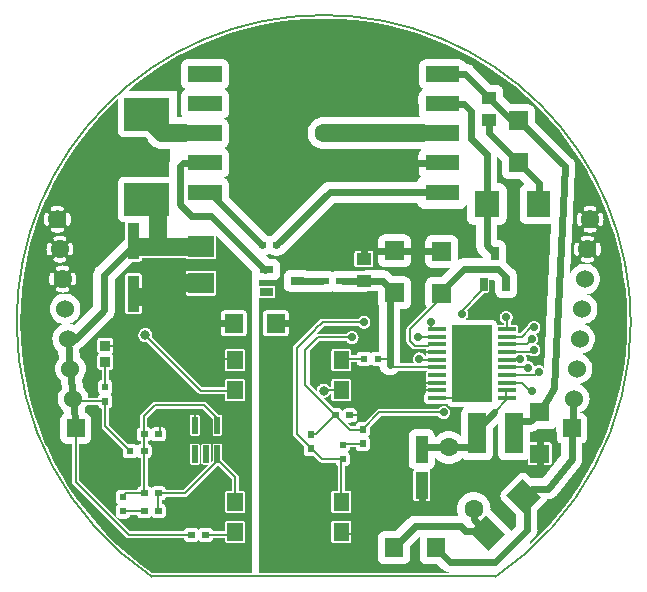
<source format=gtl>
G04 start of page 2 for group 0 idx 0 *
G04 Title: roomunit-psu, top *
G04 Creator: pcb 1.99z *
G04 CreationDate: tor 11 jun 2015 09:01:47 UTC *
G04 For: jonatan *
G04 Format: Gerber/RS-274X *
G04 PCB-Dimensions (mil): 2401.57 2401.57 *
G04 PCB-Coordinate-Origin: lower left *
%MOIN*%
%FSLAX25Y25*%
%LNTOP*%
%ADD35C,0.0157*%
%ADD34C,0.0118*%
%ADD33C,0.0630*%
%ADD32C,0.0315*%
%ADD31C,0.0276*%
%ADD30R,0.0200X0.0200*%
%ADD29R,0.0671X0.0671*%
%ADD28R,0.1102X0.1102*%
%ADD27R,0.0315X0.0315*%
%ADD26R,0.0945X0.0945*%
%ADD25R,0.0551X0.0551*%
%ADD24R,0.0130X0.0130*%
%ADD23R,0.0590X0.0590*%
%ADD22R,0.0394X0.0394*%
%ADD21R,0.0256X0.0256*%
%ADD20R,0.0787X0.0787*%
%ADD19R,0.0618X0.0618*%
%ADD18R,0.0403X0.0403*%
%ADD17R,0.0197X0.0197*%
%ADD16R,0.0512X0.0512*%
%ADD15C,0.0600*%
%ADD14C,0.0591*%
%ADD13C,0.0236*%
%ADD12C,0.0079*%
%ADD11C,0.0001*%
G54D11*G36*
X153937Y146789D02*X153959Y140242D01*
X154046Y139880D01*
X154188Y139537D01*
X154382Y139220D01*
X154624Y138937D01*
X154906Y138696D01*
X155223Y138501D01*
X155567Y138359D01*
X155929Y138272D01*
X156299Y138250D01*
X162393Y138270D01*
X159268Y135145D01*
X155929Y135134D01*
X155567Y135047D01*
X155223Y134905D01*
X154906Y134711D01*
X154624Y134469D01*
X154382Y134186D01*
X154188Y133869D01*
X154046Y133526D01*
X153959Y133164D01*
X153937Y132794D01*
X153959Y126247D01*
X154046Y125885D01*
X154188Y125542D01*
X154382Y125225D01*
X154509Y125077D01*
X148016Y118584D01*
X147981Y118554D01*
X147860Y118413D01*
X147763Y118254D01*
X147692Y118083D01*
X147649Y117902D01*
X147649Y117902D01*
X147634Y117717D01*
X147638Y117670D01*
Y113826D01*
X147634Y113780D01*
X147649Y113594D01*
X147692Y113413D01*
X147763Y113242D01*
X147860Y113083D01*
X147861Y113083D01*
X147981Y112942D01*
X148016Y112912D01*
X149526Y111402D01*
X149556Y111367D01*
X149697Y111246D01*
X149697Y111246D01*
X149856Y111149D01*
X150028Y111078D01*
X150208Y111035D01*
X150394Y111020D01*
X150440Y111024D01*
X154169D01*
X154142Y110910D01*
X154134Y110787D01*
X154142Y109364D01*
X154171Y109244D01*
X154218Y109129D01*
X154283Y109023D01*
X154363Y108929D01*
X154447Y108858D01*
X154363Y108786D01*
X154340Y108759D01*
X153945D01*
X153904Y108860D01*
X153726Y109151D01*
X153504Y109410D01*
X153245Y109631D01*
X152955Y109809D01*
X152640Y109940D01*
X152308Y110019D01*
X151969Y110046D01*
X151629Y110019D01*
X151297Y109940D01*
X150982Y109809D01*
X150692Y109631D01*
X150433Y109410D01*
X150211Y109151D01*
X150033Y108860D01*
X149903Y108545D01*
X149823Y108214D01*
X149796Y107874D01*
X149823Y107534D01*
X149903Y107203D01*
X150033Y106888D01*
X150211Y106597D01*
X150298Y106496D01*
X145669D01*
Y124488D01*
X147221Y124493D01*
X147583Y124580D01*
X147926Y124722D01*
X148243Y124916D01*
X148526Y125158D01*
X148767Y125440D01*
X148962Y125757D01*
X149104Y126101D01*
X149191Y126462D01*
X149213Y126833D01*
X149191Y133380D01*
X149104Y133742D01*
X148962Y134085D01*
X148767Y134402D01*
X148526Y134685D01*
X148243Y134926D01*
X147926Y135121D01*
X147583Y135263D01*
X147221Y135350D01*
X146850Y135372D01*
X143701Y135361D01*
Y138476D01*
X147221Y138488D01*
X147583Y138575D01*
X147926Y138717D01*
X148243Y138911D01*
X148526Y139153D01*
X148767Y139436D01*
X148962Y139753D01*
X149104Y140096D01*
X149191Y140458D01*
X149213Y140828D01*
X149191Y147375D01*
X149104Y147737D01*
X148962Y148080D01*
X148767Y148397D01*
X148526Y148680D01*
X148243Y148922D01*
X147926Y149116D01*
X147583Y149258D01*
X147221Y149345D01*
X146850Y149367D01*
X143701Y149357D01*
Y159843D01*
X151239D01*
X151407Y159437D01*
X151658Y159028D01*
X151970Y158663D01*
X152335Y158351D01*
X152744Y158100D01*
X153188Y157916D01*
X153655Y157804D01*
X154134Y157776D01*
X165636Y157804D01*
X166103Y157916D01*
X166547Y158100D01*
X166956Y158351D01*
X167322Y158663D01*
X167634Y159028D01*
X167866Y159408D01*
X167879Y154682D01*
X167977Y154275D01*
X168137Y153889D01*
X168355Y153532D01*
X168627Y153214D01*
X168945Y152942D01*
X169302Y152724D01*
X169688Y152564D01*
X170095Y152466D01*
X170512Y152441D01*
X170866Y152442D01*
Y145808D01*
X170855Y145669D01*
X170899Y145113D01*
X171029Y144571D01*
X171243Y144056D01*
X171534Y143580D01*
X171534Y143580D01*
X171896Y143156D01*
X172002Y143066D01*
X173540Y141528D01*
X173541Y141339D01*
X167068D01*
X166929Y141350D01*
X166373Y141306D01*
X165831Y141176D01*
X165316Y140962D01*
X164960Y140744D01*
X164939Y147160D01*
X164852Y147521D01*
X164710Y147865D01*
X164515Y148182D01*
X164274Y148464D01*
X163991Y148706D01*
X163674Y148900D01*
X163331Y149042D01*
X162969Y149129D01*
X162598Y149151D01*
X155929Y149129D01*
X155567Y149042D01*
X155223Y148900D01*
X154906Y148706D01*
X154624Y148464D01*
X154382Y148182D01*
X154188Y147865D01*
X154046Y147521D01*
X153959Y147160D01*
X153937Y146789D01*
G37*
G36*
X143701Y135361D02*X143212Y135360D01*
X142306Y136266D01*
X142216Y136371D01*
X141791Y136734D01*
X141316Y137025D01*
X140801Y137239D01*
X140389Y137337D01*
X140258Y137369D01*
X139702Y137413D01*
X139564Y137402D01*
X134449D01*
X133893Y137369D01*
X133465Y137266D01*
Y138342D01*
X135950Y138346D01*
X136071Y138375D01*
X136185Y138422D01*
X136291Y138487D01*
X136385Y138567D01*
X136466Y138662D01*
X136531Y138767D01*
X136578Y138882D01*
X136607Y139002D01*
X136614Y139126D01*
X136607Y143281D01*
X136578Y143402D01*
X136531Y143516D01*
X136466Y143622D01*
X136385Y143716D01*
X136291Y143796D01*
X136185Y143861D01*
X136071Y143909D01*
X135950Y143938D01*
X135827Y143945D01*
X133465Y143941D01*
Y159843D01*
X143701D01*
Y149357D01*
X140181Y149345D01*
X139819Y149258D01*
X139475Y149116D01*
X139158Y148922D01*
X138876Y148680D01*
X138634Y148397D01*
X138440Y148080D01*
X138298Y147737D01*
X138211Y147375D01*
X138189Y147005D01*
X138211Y140458D01*
X138298Y140096D01*
X138440Y139753D01*
X138634Y139436D01*
X138876Y139153D01*
X139158Y138911D01*
X139475Y138717D01*
X139819Y138575D01*
X140181Y138488D01*
X140551Y138466D01*
X143701Y138476D01*
Y135361D01*
G37*
G36*
X133465Y137266D02*X133350Y137239D01*
X133269Y137205D01*
X126575D01*
X126545Y137203D01*
X126516Y137205D01*
X123870Y137181D01*
X123478Y137087D01*
X123106Y136933D01*
X123051Y136899D01*
X122996Y136933D01*
X122624Y137087D01*
X122232Y137181D01*
X121831Y137205D01*
X119797Y137187D01*
X119488Y137205D01*
X114534D01*
X114462Y137249D01*
X114118Y137391D01*
X113780Y137473D01*
Y150107D01*
X123515Y159843D01*
X133465D01*
Y143941D01*
X130979Y143938D01*
X130858Y143909D01*
X130744Y143861D01*
X130638Y143796D01*
X130544Y143716D01*
X130463Y143622D01*
X130399Y143516D01*
X130351Y143402D01*
X130322Y143281D01*
X130315Y143157D01*
X130322Y139002D01*
X130351Y138882D01*
X130399Y138767D01*
X130463Y138662D01*
X130544Y138567D01*
X130638Y138487D01*
X130744Y138422D01*
X130858Y138375D01*
X130979Y138346D01*
X131102Y138339D01*
X133465Y138342D01*
Y137266D01*
G37*
G36*
X128543Y101102D02*X123302Y101095D01*
X123181Y101066D01*
X123067Y101019D01*
X122961Y100954D01*
X122867Y100873D01*
X122786Y100779D01*
X122721Y100674D01*
X122674Y100559D01*
X122645Y100439D01*
X122638Y100315D01*
X122640Y98543D01*
X122053D01*
X121996Y98637D01*
X121754Y98920D01*
X121471Y99161D01*
X121154Y99355D01*
X120811Y99498D01*
X120449Y99584D01*
X120079Y99614D01*
X119708Y99584D01*
X119347Y99498D01*
X119003Y99355D01*
X118686Y99161D01*
X118403Y98920D01*
X118162Y98637D01*
X117968Y98320D01*
X117825Y97976D01*
X117738Y97615D01*
X117709Y97244D01*
X117731Y96971D01*
X115354Y99348D01*
Y110534D01*
X118599Y113780D01*
X127712D01*
X127770Y113684D01*
X127992Y113425D01*
X128251Y113203D01*
X128541Y113025D01*
X128856Y112895D01*
X129188Y112815D01*
X129528Y112789D01*
X129867Y112815D01*
X130199Y112895D01*
X130514Y113025D01*
X130804Y113203D01*
X131063Y113425D01*
X131285Y113684D01*
X131463Y113975D01*
X131593Y114289D01*
X131673Y114621D01*
X131693Y114961D01*
X131673Y115300D01*
X131593Y115632D01*
X131463Y115947D01*
X131343Y116142D01*
X138583D01*
Y110232D01*
X136851Y110223D01*
X136640Y110173D01*
X136439Y110090D01*
X136254Y109976D01*
X136090Y109836D01*
X135949Y109671D01*
X135846Y109504D01*
X135744Y109671D01*
X135603Y109836D01*
X135438Y109976D01*
X135253Y110090D01*
X135053Y110173D01*
X134842Y110223D01*
X134626Y110236D01*
X132166Y110223D01*
X131955Y110173D01*
X131754Y110090D01*
X131569Y109976D01*
X131405Y109836D01*
X131264Y109671D01*
X131150Y109486D01*
X131067Y109285D01*
X131017Y109074D01*
X131016Y109055D01*
X129325D01*
X129323Y110439D01*
X129294Y110559D01*
X129247Y110674D01*
X129182Y110779D01*
X129102Y110873D01*
X129008Y110954D01*
X128902Y111019D01*
X128787Y111066D01*
X128667Y111095D01*
X128543Y111102D01*
X123302Y111095D01*
X123181Y111066D01*
X123067Y111019D01*
X122961Y110954D01*
X122867Y110873D01*
X122786Y110779D01*
X122721Y110674D01*
X122674Y110559D01*
X122645Y110439D01*
X122638Y110315D01*
X122645Y104286D01*
X122674Y104165D01*
X122721Y104051D01*
X122786Y103945D01*
X122867Y103851D01*
X122961Y103770D01*
X123067Y103706D01*
X123181Y103658D01*
X123302Y103629D01*
X123425Y103622D01*
X128667Y103629D01*
X128787Y103658D01*
X128902Y103706D01*
X129008Y103770D01*
X129102Y103851D01*
X129182Y103945D01*
X129247Y104051D01*
X129294Y104165D01*
X129323Y104286D01*
X129331Y104409D01*
X129328Y106693D01*
X131017D01*
X131017Y106674D01*
X131067Y106463D01*
X131150Y106262D01*
X131264Y106077D01*
X131405Y105912D01*
X131569Y105772D01*
X131754Y105658D01*
X131955Y105575D01*
X132166Y105525D01*
X132382Y105512D01*
X134842Y105525D01*
X135053Y105575D01*
X135253Y105658D01*
X135438Y105772D01*
X135603Y105912D01*
X135744Y106077D01*
X135846Y106244D01*
X135949Y106077D01*
X136090Y105912D01*
X136254Y105772D01*
X136439Y105658D01*
X136640Y105575D01*
X136851Y105525D01*
X137067Y105512D01*
X138605Y105520D01*
X138616Y105350D01*
X138746Y104807D01*
X138959Y104292D01*
X139251Y103816D01*
X139613Y103392D01*
X140037Y103030D01*
X140512Y102739D01*
X141028Y102525D01*
X141570Y102395D01*
X142126Y102351D01*
X142682Y102395D01*
X143224Y102525D01*
X143740Y102739D01*
X144215Y103030D01*
X144639Y103392D01*
X144936Y103740D01*
X154446D01*
X154363Y103669D01*
X154283Y103575D01*
X154218Y103469D01*
X154171Y103355D01*
X154142Y103234D01*
X154134Y103111D01*
X154142Y101688D01*
X154171Y101568D01*
X154218Y101453D01*
X154283Y101347D01*
X154363Y101253D01*
X154447Y101182D01*
X154363Y101110D01*
X154283Y101016D01*
X154218Y100910D01*
X154171Y100796D01*
X154142Y100675D01*
X154134Y100552D01*
X154142Y99129D01*
X154171Y99009D01*
X154218Y98894D01*
X154283Y98788D01*
X154363Y98694D01*
X154447Y98623D01*
X154363Y98551D01*
X154283Y98457D01*
X154218Y98351D01*
X154171Y98237D01*
X154142Y98116D01*
X154134Y97993D01*
X154142Y96572D01*
X154109Y96552D01*
X153944Y96411D01*
X153803Y96246D01*
X153690Y96061D01*
X153607Y95861D01*
X153556Y95650D01*
X153544Y95434D01*
X153556Y93918D01*
X153607Y93708D01*
X153690Y93507D01*
X153803Y93322D01*
X153944Y93157D01*
X154109Y93016D01*
X154294Y92903D01*
X154495Y92820D01*
X154705Y92770D01*
X154922Y92757D01*
X161043Y92770D01*
X161254Y92820D01*
X161356Y92863D01*
X161388Y92787D01*
X161517Y92575D01*
X161678Y92387D01*
X161867Y92226D01*
X162078Y92096D01*
X162307Y92002D01*
X162548Y91944D01*
X162795Y91929D01*
X167375Y91934D01*
X167232Y91875D01*
X166915Y91680D01*
X166632Y91439D01*
X166391Y91156D01*
X166196Y90839D01*
X166054Y90496D01*
X165967Y90134D01*
X165945Y89764D01*
X165958Y81978D01*
X165720Y82256D01*
X165061Y82819D01*
X164321Y83273D01*
X163520Y83605D01*
X162676Y83807D01*
X161811Y83875D01*
X160946Y83807D01*
X160103Y83605D01*
X159301Y83273D01*
X158561Y82819D01*
X157902Y82256D01*
X157589Y81890D01*
X157066D01*
X157065Y82457D01*
X156978Y82819D01*
X156836Y83162D01*
X156641Y83479D01*
X156400Y83762D01*
X156117Y84004D01*
X155800Y84198D01*
X155457Y84340D01*
X155095Y84427D01*
X154724Y84449D01*
X150417Y84427D01*
X150055Y84340D01*
X149712Y84198D01*
X149395Y84004D01*
X149112Y83762D01*
X148870Y83479D01*
X148676Y83162D01*
X148534Y82819D01*
X148447Y82457D01*
X148425Y82087D01*
X148438Y76772D01*
X128040D01*
X128008Y76791D01*
X128175Y76894D01*
X128340Y77034D01*
X128480Y77199D01*
X128594Y77384D01*
X128677Y77585D01*
X128727Y77796D01*
X128740Y78012D01*
X128738Y78346D01*
X130721D01*
X130721Y78189D01*
X130772Y77978D01*
X130855Y77778D01*
X130968Y77593D01*
X131109Y77428D01*
X131274Y77287D01*
X131459Y77174D01*
X131659Y77091D01*
X131870Y77040D01*
X132087Y77028D01*
X134271Y77040D01*
X134482Y77091D01*
X134683Y77174D01*
X134868Y77287D01*
X135033Y77428D01*
X135173Y77593D01*
X135287Y77778D01*
X135370Y77978D01*
X135420Y78189D01*
X135433Y78406D01*
X135420Y80866D01*
X135370Y81077D01*
X135287Y81277D01*
X135173Y81462D01*
X135033Y81627D01*
X134868Y81768D01*
X134701Y81870D01*
X134868Y81972D01*
X135033Y82113D01*
X135173Y82278D01*
X135287Y82463D01*
X135370Y82663D01*
X135420Y82874D01*
X135433Y83091D01*
X135423Y85032D01*
X139170Y88780D01*
X158224D01*
X158282Y88684D01*
X158504Y88425D01*
X158763Y88203D01*
X159053Y88025D01*
X159368Y87895D01*
X159700Y87815D01*
X160039Y87789D01*
X160379Y87815D01*
X160711Y87895D01*
X161025Y88025D01*
X161316Y88203D01*
X161575Y88425D01*
X161797Y88684D01*
X161975Y88975D01*
X162105Y89289D01*
X162185Y89621D01*
X162205Y89961D01*
X162185Y90300D01*
X162105Y90632D01*
X161975Y90947D01*
X161797Y91237D01*
X161575Y91496D01*
X161316Y91718D01*
X161025Y91896D01*
X160711Y92026D01*
X160379Y92106D01*
X160039Y92133D01*
X159700Y92106D01*
X159368Y92026D01*
X159053Y91896D01*
X158763Y91718D01*
X158504Y91496D01*
X158282Y91237D01*
X158224Y91142D01*
X138727D01*
X138681Y91145D01*
X138496Y91131D01*
X138315Y91087D01*
X138143Y91016D01*
X137985Y90919D01*
X137984Y90919D01*
X137843Y90798D01*
X137813Y90763D01*
X133761Y86711D01*
X131870Y86700D01*
X131659Y86649D01*
X131459Y86566D01*
X131274Y86453D01*
X131109Y86312D01*
X130968Y86147D01*
X130855Y85962D01*
X130772Y85762D01*
X130721Y85551D01*
X130712Y85394D01*
X129308D01*
X128085Y86617D01*
X130078Y86627D01*
X130289Y86678D01*
X130490Y86761D01*
X130675Y86874D01*
X130840Y87015D01*
X130980Y87180D01*
X131094Y87365D01*
X131177Y87565D01*
X131227Y87776D01*
X131240Y87992D01*
X131227Y90177D01*
X131177Y90388D01*
X131094Y90588D01*
X130980Y90773D01*
X130840Y90938D01*
X130675Y91079D01*
X130490Y91192D01*
X130289Y91275D01*
X130078Y91326D01*
X129862Y91339D01*
X127402Y91326D01*
X127191Y91275D01*
X126991Y91192D01*
X126806Y91079D01*
X126641Y90938D01*
X126500Y90773D01*
X126398Y90606D01*
X126295Y90773D01*
X126155Y90938D01*
X125990Y91079D01*
X125805Y91192D01*
X125604Y91275D01*
X125393Y91326D01*
X125177Y91339D01*
X123373Y91329D01*
X119806Y94896D01*
X120079Y94875D01*
X120449Y94904D01*
X120811Y94991D01*
X121154Y95133D01*
X121471Y95327D01*
X121754Y95569D01*
X121996Y95851D01*
X122190Y96168D01*
X122195Y96181D01*
X122643D01*
X122645Y94286D01*
X122674Y94165D01*
X122721Y94051D01*
X122786Y93945D01*
X122867Y93851D01*
X122961Y93770D01*
X123067Y93706D01*
X123181Y93658D01*
X123302Y93629D01*
X123425Y93622D01*
X128667Y93629D01*
X128787Y93658D01*
X128902Y93706D01*
X129008Y93770D01*
X129102Y93851D01*
X129182Y93945D01*
X129247Y94051D01*
X129294Y94165D01*
X129323Y94286D01*
X129331Y94409D01*
X129323Y100439D01*
X129294Y100559D01*
X129247Y100674D01*
X129182Y100779D01*
X129102Y100873D01*
X129008Y100954D01*
X128902Y101019D01*
X128787Y101066D01*
X128667Y101095D01*
X128543Y101102D01*
G37*
G36*
X176181Y120866D02*X178888D01*
X178970Y120667D01*
X179134Y120400D01*
Y119245D01*
X178026Y119244D01*
X177937Y119222D01*
X177936Y119372D01*
X177871Y119644D01*
X177765Y119901D01*
X177619Y120139D01*
X177438Y120351D01*
X177226Y120532D01*
X176988Y120678D01*
X176730Y120785D01*
X176459Y120850D01*
X176181Y120866D01*
G37*
G36*
X178445Y147441D02*X177953Y147437D01*
Y152463D01*
X178803Y152466D01*
X179210Y152564D01*
X179596Y152724D01*
X179953Y152942D01*
X180271Y153214D01*
X180542Y153532D01*
X180761Y153889D01*
X180921Y154275D01*
X181019Y154682D01*
X181043Y155099D01*
X181019Y164216D01*
X180921Y164623D01*
X180761Y165009D01*
X180542Y165366D01*
X180271Y165684D01*
X179953Y165955D01*
X179596Y166174D01*
X179210Y166334D01*
X178803Y166432D01*
X178386Y166456D01*
X177953Y166455D01*
Y175304D01*
X179536Y173720D01*
X179549Y169769D01*
X179636Y169408D01*
X179779Y169064D01*
X179973Y168747D01*
X180214Y168465D01*
X180497Y168223D01*
X180814Y168029D01*
X181158Y167887D01*
X181519Y167800D01*
X181890Y167778D01*
X185467Y167790D01*
X187169Y166087D01*
X187024Y166052D01*
X186680Y165910D01*
X186363Y165716D01*
X186080Y165474D01*
X185839Y165192D01*
X185645Y164875D01*
X185502Y164531D01*
X185416Y164170D01*
X185394Y163799D01*
X185416Y154728D01*
X185502Y154367D01*
X185645Y154023D01*
X185839Y153706D01*
X186080Y153423D01*
X186363Y153182D01*
X186680Y152988D01*
X187024Y152845D01*
X187385Y152758D01*
X187756Y152737D01*
X195923Y152758D01*
X193626Y104785D01*
X193569Y104878D01*
X193338Y105149D01*
X193067Y105380D01*
X192763Y105567D01*
X192434Y105703D01*
X192088Y105786D01*
X191732Y105814D01*
X191377Y105786D01*
X191031Y105703D01*
X190701Y105567D01*
X190398Y105380D01*
X190321Y105315D01*
X190255Y105592D01*
X190124Y105907D01*
X189946Y106198D01*
X189725Y106457D01*
X189466Y106678D01*
X189175Y106857D01*
X188860Y106987D01*
X188529Y107067D01*
X188189Y107093D01*
X187849Y107067D01*
X187702Y107031D01*
X187775Y107337D01*
X187795Y107677D01*
X187775Y108017D01*
X187696Y108348D01*
X187565Y108663D01*
X187387Y108954D01*
X187301Y109055D01*
X188904D01*
X189171Y108891D01*
X189486Y108761D01*
X189818Y108681D01*
X190157Y108655D01*
X190497Y108681D01*
X190829Y108761D01*
X191144Y108891D01*
X191434Y109070D01*
X191693Y109291D01*
X191915Y109550D01*
X192093Y109841D01*
X192223Y110156D01*
X192303Y110487D01*
X192323Y110827D01*
X192303Y111167D01*
X192223Y111498D01*
X192093Y111813D01*
X191915Y112103D01*
X191693Y112363D01*
X191434Y112584D01*
X191144Y112762D01*
X190829Y112892D01*
X190762Y112908D01*
X190906Y113031D01*
X191127Y113290D01*
X191305Y113581D01*
X191436Y113896D01*
X191515Y114227D01*
X191535Y114567D01*
X191515Y114907D01*
X191436Y115238D01*
X191305Y115553D01*
X191127Y115844D01*
X190906Y116103D01*
X190762Y116225D01*
X190829Y116241D01*
X191144Y116372D01*
X191434Y116550D01*
X191693Y116771D01*
X191915Y117030D01*
X192093Y117321D01*
X192223Y117636D01*
X192303Y117967D01*
X192323Y118307D01*
X192303Y118647D01*
X192223Y118978D01*
X192093Y119293D01*
X191915Y119584D01*
X191693Y119843D01*
X191434Y120064D01*
X191144Y120242D01*
X190829Y120373D01*
X190497Y120452D01*
X190157Y120479D01*
X189818Y120452D01*
X189486Y120373D01*
X189171Y120242D01*
X188881Y120064D01*
X188622Y119843D01*
X188400Y119584D01*
X188222Y119293D01*
X188092Y118978D01*
X188066Y118870D01*
X185632Y116436D01*
X184636D01*
X184613Y116463D01*
X184529Y116535D01*
X184613Y116606D01*
X184694Y116700D01*
X184758Y116806D01*
X184806Y116921D01*
X184835Y117041D01*
X184842Y117165D01*
X184835Y118587D01*
X184806Y118708D01*
X184758Y118822D01*
X184694Y118928D01*
X184613Y119022D01*
X184519Y119103D01*
X184413Y119167D01*
X184299Y119215D01*
X184178Y119244D01*
X184055Y119251D01*
X182480Y119249D01*
Y120163D01*
X182663Y120377D01*
X182841Y120667D01*
X182971Y120982D01*
X183051Y121314D01*
X183071Y121654D01*
X183051Y121993D01*
X182971Y122325D01*
X182841Y122640D01*
X182663Y122930D01*
X182441Y123189D01*
X182182Y123411D01*
X181892Y123589D01*
X181577Y123719D01*
X181245Y123799D01*
X180906Y123826D01*
X180566Y123799D01*
X180234Y123719D01*
X179919Y123589D01*
X179629Y123411D01*
X179370Y123189D01*
X179148Y122930D01*
X178970Y122640D01*
X178840Y122325D01*
X178760Y121993D01*
X178733Y121654D01*
X178760Y121314D01*
X178840Y120982D01*
X178970Y120667D01*
X179148Y120377D01*
X179370Y120118D01*
X179629Y119896D01*
X179919Y119718D01*
X180118Y119636D01*
Y119246D01*
X178026Y119244D01*
X177937Y119222D01*
X177936Y119372D01*
X177871Y119644D01*
X177765Y119901D01*
X177619Y120139D01*
X177438Y120351D01*
X177226Y120532D01*
X176988Y120678D01*
X176730Y120785D01*
X176459Y120850D01*
X176181Y120866D01*
X167021Y120855D01*
X167128Y120899D01*
X167418Y121077D01*
X167678Y121299D01*
X167899Y121558D01*
X168077Y121849D01*
X168207Y122163D01*
X168287Y122495D01*
X168307Y122835D01*
X168287Y123174D01*
X168207Y123506D01*
X168077Y123821D01*
X167902Y124106D01*
X173721Y129925D01*
X174797Y129927D01*
X174888Y129948D01*
X174974Y129984D01*
X175053Y130033D01*
X175124Y130093D01*
X175184Y130164D01*
X175233Y130243D01*
X175268Y130329D01*
X175290Y130419D01*
X175295Y130512D01*
X175291Y134252D01*
X176879D01*
X177268Y133862D01*
X177286Y130141D01*
X177372Y129780D01*
X177515Y129436D01*
X177709Y129119D01*
X177950Y128836D01*
X178233Y128595D01*
X178550Y128401D01*
X178894Y128258D01*
X179255Y128171D01*
X179626Y128150D01*
X182556Y128171D01*
X182917Y128258D01*
X183261Y128401D01*
X183578Y128595D01*
X183861Y128836D01*
X184102Y129119D01*
X184296Y129436D01*
X184439Y129780D01*
X184525Y130141D01*
X184547Y130512D01*
X184525Y135213D01*
X184439Y135575D01*
X184432Y135591D01*
X184416Y135792D01*
X184286Y136335D01*
X184072Y136850D01*
X183781Y137325D01*
X183781Y137325D01*
X183419Y137749D01*
X183313Y137840D01*
X180950Y140203D01*
X180860Y140309D01*
X180784Y140373D01*
X180785Y140377D01*
X180807Y140748D01*
X180785Y145449D01*
X180698Y145811D01*
X180556Y146154D01*
X180362Y146471D01*
X180120Y146754D01*
X179838Y146996D01*
X179521Y147190D01*
X179177Y147332D01*
X178816Y147419D01*
X178445Y147441D01*
G37*
G36*
X125984Y130133D02*X126271Y130136D01*
X126575Y130118D01*
X133465D01*
X134021Y130151D01*
X134563Y130281D01*
X134645Y130315D01*
X138198D01*
X138211Y126462D01*
X138298Y126101D01*
X138440Y125757D01*
X138583Y125524D01*
Y110232D01*
X136851Y110223D01*
X136640Y110173D01*
X136439Y110090D01*
X136254Y109976D01*
X136090Y109836D01*
X135949Y109671D01*
X135846Y109504D01*
X135744Y109671D01*
X135603Y109836D01*
X135438Y109976D01*
X135253Y110090D01*
X135053Y110173D01*
X134842Y110223D01*
X134626Y110236D01*
X132166Y110223D01*
X131955Y110173D01*
X131754Y110090D01*
X131569Y109976D01*
X131405Y109836D01*
X131264Y109671D01*
X131150Y109486D01*
X131067Y109285D01*
X131017Y109074D01*
X131016Y109055D01*
X129325D01*
X129323Y110439D01*
X129294Y110559D01*
X129247Y110674D01*
X129182Y110779D01*
X129102Y110873D01*
X129008Y110954D01*
X128902Y111019D01*
X128787Y111066D01*
X128667Y111095D01*
X128543Y111102D01*
X125984Y111099D01*
Y113780D01*
X127712D01*
X127770Y113684D01*
X127992Y113425D01*
X128251Y113203D01*
X128541Y113025D01*
X128856Y112895D01*
X129188Y112815D01*
X129528Y112789D01*
X129867Y112815D01*
X130199Y112895D01*
X130514Y113025D01*
X130804Y113203D01*
X131063Y113425D01*
X131285Y113684D01*
X131463Y113975D01*
X131593Y114289D01*
X131673Y114621D01*
X131693Y114961D01*
X131673Y115300D01*
X131593Y115632D01*
X131463Y115947D01*
X131285Y116237D01*
X131063Y116496D01*
X130804Y116718D01*
X130514Y116896D01*
X130199Y117026D01*
X129867Y117106D01*
X129528Y117133D01*
X129188Y117106D01*
X128856Y117026D01*
X128541Y116896D01*
X128251Y116718D01*
X127992Y116496D01*
X127770Y116237D01*
X127712Y116142D01*
X125984D01*
Y118898D01*
X131649D01*
X131707Y118802D01*
X131929Y118543D01*
X132188Y118322D01*
X132478Y118143D01*
X132793Y118013D01*
X133125Y117933D01*
X133465Y117907D01*
X133804Y117933D01*
X134136Y118013D01*
X134451Y118143D01*
X134741Y118322D01*
X135000Y118543D01*
X135222Y118802D01*
X135400Y119093D01*
X135530Y119408D01*
X135610Y119739D01*
X135630Y120079D01*
X135610Y120419D01*
X135530Y120750D01*
X135400Y121065D01*
X135222Y121355D01*
X135000Y121615D01*
X134741Y121836D01*
X134451Y122014D01*
X134136Y122144D01*
X133804Y122224D01*
X133465Y122251D01*
X133125Y122224D01*
X132793Y122144D01*
X132478Y122014D01*
X132188Y121836D01*
X131929Y121615D01*
X131707Y121355D01*
X131649Y121260D01*
X125984D01*
Y130133D01*
G37*
G36*
X143701Y159843D02*X151239D01*
X151407Y159437D01*
X151658Y159028D01*
X151970Y158663D01*
X152335Y158351D01*
X152744Y158100D01*
X153188Y157916D01*
X153655Y157804D01*
X154134Y157776D01*
X165636Y157804D01*
X166103Y157916D01*
X166547Y158100D01*
X166956Y158351D01*
X167322Y158663D01*
X167634Y159028D01*
X167866Y159408D01*
X167879Y154682D01*
X167977Y154275D01*
X168137Y153889D01*
X168355Y153532D01*
X168627Y153214D01*
X168945Y152942D01*
X169302Y152724D01*
X169688Y152564D01*
X170095Y152466D01*
X170512Y152441D01*
X170866Y152442D01*
Y145808D01*
X170855Y145669D01*
X170899Y145113D01*
X171029Y144571D01*
X171243Y144056D01*
X171534Y143580D01*
X171534Y143580D01*
X171896Y143156D01*
X172002Y143066D01*
X173540Y141528D01*
X173541Y141339D01*
X167068D01*
X166929Y141350D01*
X166373Y141306D01*
X165831Y141176D01*
X165316Y140962D01*
X164960Y140744D01*
X164939Y147160D01*
X164852Y147521D01*
X164710Y147865D01*
X164515Y148182D01*
X164274Y148464D01*
X163991Y148706D01*
X163674Y148900D01*
X163331Y149042D01*
X162969Y149129D01*
X162598Y149151D01*
X155929Y149129D01*
X155567Y149042D01*
X155223Y148900D01*
X154906Y148706D01*
X154624Y148464D01*
X154382Y148182D01*
X154188Y147865D01*
X154046Y147521D01*
X153959Y147160D01*
X153937Y146789D01*
X153959Y140242D01*
X154046Y139880D01*
X154188Y139537D01*
X154382Y139220D01*
X154624Y138937D01*
X154906Y138696D01*
X155223Y138501D01*
X155567Y138359D01*
X155929Y138272D01*
X156299Y138250D01*
X162393Y138270D01*
X159268Y135145D01*
X155929Y135134D01*
X155567Y135047D01*
X155223Y134905D01*
X154906Y134711D01*
X154624Y134469D01*
X154382Y134186D01*
X154188Y133869D01*
X154046Y133526D01*
X153959Y133164D01*
X153937Y132794D01*
X153959Y126247D01*
X154046Y125885D01*
X154188Y125542D01*
X154382Y125225D01*
X154509Y125077D01*
X148016Y118584D01*
X147981Y118554D01*
X147860Y118413D01*
X147763Y118254D01*
X147692Y118083D01*
X147649Y117902D01*
X147649Y117902D01*
X147634Y117717D01*
X147638Y117670D01*
Y113826D01*
X147634Y113780D01*
X147649Y113594D01*
X147692Y113413D01*
X147763Y113242D01*
X147860Y113083D01*
X147861Y113083D01*
X147981Y112942D01*
X148016Y112912D01*
X149526Y111402D01*
X149556Y111367D01*
X149697Y111246D01*
X149697Y111246D01*
X149856Y111149D01*
X150028Y111078D01*
X150208Y111035D01*
X150394Y111020D01*
X150440Y111024D01*
X154169D01*
X154142Y110910D01*
X154134Y110787D01*
X154142Y109364D01*
X154171Y109244D01*
X154218Y109129D01*
X154283Y109023D01*
X154363Y108929D01*
X154447Y108858D01*
X154363Y108786D01*
X154340Y108759D01*
X153945D01*
X153904Y108860D01*
X153726Y109151D01*
X153504Y109410D01*
X153245Y109631D01*
X152955Y109809D01*
X152640Y109940D01*
X152308Y110019D01*
X151969Y110046D01*
X151629Y110019D01*
X151297Y109940D01*
X150982Y109809D01*
X150692Y109631D01*
X150433Y109410D01*
X150211Y109151D01*
X150033Y108860D01*
X149903Y108545D01*
X149823Y108214D01*
X149796Y107874D01*
X149823Y107534D01*
X149903Y107203D01*
X150033Y106888D01*
X150211Y106597D01*
X150298Y106496D01*
X145669D01*
Y124488D01*
X147221Y124493D01*
X147583Y124580D01*
X147926Y124722D01*
X148243Y124916D01*
X148526Y125158D01*
X148767Y125440D01*
X148962Y125757D01*
X149104Y126101D01*
X149191Y126462D01*
X149213Y126833D01*
X149191Y133380D01*
X149104Y133742D01*
X148962Y134085D01*
X148767Y134402D01*
X148526Y134685D01*
X148243Y134926D01*
X147926Y135121D01*
X147583Y135263D01*
X147221Y135350D01*
X146850Y135372D01*
X143701Y135361D01*
Y138476D01*
X147221Y138488D01*
X147583Y138575D01*
X147926Y138717D01*
X148243Y138911D01*
X148526Y139153D01*
X148767Y139436D01*
X148962Y139753D01*
X149104Y140096D01*
X149191Y140458D01*
X149213Y140828D01*
X149191Y147375D01*
X149104Y147737D01*
X148962Y148080D01*
X148767Y148397D01*
X148526Y148680D01*
X148243Y148922D01*
X147926Y149116D01*
X147583Y149258D01*
X147221Y149345D01*
X146850Y149367D01*
X143701Y149357D01*
Y159843D01*
G37*
G36*
X133465D02*X143701D01*
Y149357D01*
X140181Y149345D01*
X139819Y149258D01*
X139475Y149116D01*
X139158Y148922D01*
X138876Y148680D01*
X138634Y148397D01*
X138440Y148080D01*
X138298Y147737D01*
X138211Y147375D01*
X138189Y147005D01*
X138211Y140458D01*
X138298Y140096D01*
X138440Y139753D01*
X138634Y139436D01*
X138876Y139153D01*
X139158Y138911D01*
X139475Y138717D01*
X139819Y138575D01*
X140181Y138488D01*
X140551Y138466D01*
X143701Y138476D01*
Y135361D01*
X143212Y135360D01*
X142306Y136266D01*
X142216Y136371D01*
X141791Y136734D01*
X141316Y137025D01*
X140801Y137239D01*
X140389Y137337D01*
X140258Y137369D01*
X139702Y137413D01*
X139564Y137402D01*
X134449D01*
X133893Y137369D01*
X133465Y137266D01*
Y138342D01*
X135950Y138346D01*
X136071Y138375D01*
X136185Y138422D01*
X136291Y138487D01*
X136385Y138567D01*
X136466Y138662D01*
X136531Y138767D01*
X136578Y138882D01*
X136607Y139002D01*
X136614Y139126D01*
X136607Y143281D01*
X136578Y143402D01*
X136531Y143516D01*
X136466Y143622D01*
X136385Y143716D01*
X136291Y143796D01*
X136185Y143861D01*
X136071Y143909D01*
X135950Y143938D01*
X135827Y143945D01*
X133465Y143941D01*
Y159843D01*
G37*
G36*
X125984D02*X133465D01*
Y143941D01*
X130979Y143938D01*
X130858Y143909D01*
X130744Y143861D01*
X130638Y143796D01*
X130544Y143716D01*
X130463Y143622D01*
X130399Y143516D01*
X130351Y143402D01*
X130322Y143281D01*
X130315Y143157D01*
X130322Y139002D01*
X130351Y138882D01*
X130399Y138767D01*
X130463Y138662D01*
X130544Y138567D01*
X130638Y138487D01*
X130744Y138422D01*
X130858Y138375D01*
X130979Y138346D01*
X131102Y138339D01*
X133465Y138342D01*
Y137266D01*
X133350Y137239D01*
X133269Y137205D01*
X126575D01*
X126545Y137203D01*
X126516Y137205D01*
X125984Y137200D01*
Y159843D01*
G37*
G36*
X185099Y69276D02*X179323Y63473D01*
X179158Y63205D01*
X179038Y62914D01*
X178964Y62608D01*
X178939Y62294D01*
X178964Y61980D01*
X179038Y61674D01*
X179158Y61383D01*
X179323Y61115D01*
X179531Y60880D01*
X184252Y56179D01*
Y52255D01*
X182608Y50611D01*
X182414Y50928D01*
X182164Y51210D01*
X175731Y57611D01*
X175675Y57645D01*
X175689Y57874D01*
X175637Y58754D01*
X175431Y59613D01*
X175093Y60429D01*
X174632Y61182D01*
X174058Y61853D01*
X173387Y62427D01*
X172634Y62888D01*
X171818Y63226D01*
X170959Y63432D01*
X170079Y63502D01*
X169198Y63432D01*
X168340Y63226D01*
X167524Y62888D01*
X166771Y62427D01*
X166099Y61853D01*
X165526Y61182D01*
X165065Y60429D01*
X164727Y59613D01*
X164520Y58754D01*
X164451Y57874D01*
X164520Y56994D01*
X164727Y56135D01*
X164985Y55512D01*
X150711D01*
X150572Y55523D01*
X150016Y55479D01*
X149473Y55349D01*
X148958Y55135D01*
X148483Y54844D01*
X148482Y54844D01*
X148058Y54482D01*
X147968Y54376D01*
X143977Y50385D01*
X140026Y50372D01*
X139665Y50285D01*
X139321Y50143D01*
X139004Y49948D01*
X138721Y49707D01*
X138480Y49424D01*
X138286Y49107D01*
X138143Y48764D01*
X138057Y48402D01*
X138035Y48031D01*
X138057Y41362D01*
X138143Y41000D01*
X138286Y40657D01*
X138480Y40340D01*
X138721Y40057D01*
X139004Y39815D01*
X139321Y39621D01*
X139665Y39479D01*
X140026Y39392D01*
X140397Y39370D01*
X146944Y39392D01*
X147305Y39479D01*
X147649Y39621D01*
X147966Y39815D01*
X148249Y40057D01*
X148490Y40340D01*
X148684Y40657D01*
X148827Y41000D01*
X148914Y41362D01*
X148935Y41732D01*
X148924Y45310D01*
X152039Y48425D01*
X152057D01*
X152052Y48402D01*
X152030Y48031D01*
X152052Y41362D01*
X152139Y41000D01*
X152281Y40657D01*
X152475Y40340D01*
X152717Y40057D01*
X152999Y39815D01*
X153316Y39621D01*
X153660Y39479D01*
X154021Y39392D01*
X154392Y39370D01*
X157969Y39382D01*
X159601Y37750D01*
X159692Y37644D01*
X160115Y37282D01*
X160116Y37282D01*
X160591Y36991D01*
X161106Y36777D01*
X161649Y36647D01*
X162066Y36614D01*
X125984D01*
Y46382D01*
X128667Y46385D01*
X128787Y46414D01*
X128902Y46462D01*
X129008Y46526D01*
X129102Y46607D01*
X129182Y46701D01*
X129247Y46807D01*
X129294Y46921D01*
X129323Y47042D01*
X129331Y47165D01*
X129323Y53194D01*
X129294Y53315D01*
X129247Y53429D01*
X129182Y53535D01*
X129102Y53629D01*
X129008Y53710D01*
X128902Y53775D01*
X128787Y53822D01*
X128667Y53851D01*
X128543Y53858D01*
X125984Y53855D01*
Y56382D01*
X128667Y56385D01*
X128787Y56414D01*
X128902Y56462D01*
X129008Y56526D01*
X129102Y56607D01*
X129182Y56701D01*
X129247Y56807D01*
X129294Y56921D01*
X129323Y57042D01*
X129331Y57165D01*
X129323Y63194D01*
X129294Y63315D01*
X129247Y63429D01*
X129182Y63535D01*
X129102Y63629D01*
X129008Y63710D01*
X128902Y63775D01*
X128787Y63822D01*
X128667Y63851D01*
X128543Y63858D01*
X127165Y63856D01*
Y71959D01*
X127578Y71962D01*
X127789Y72012D01*
X127990Y72095D01*
X128175Y72209D01*
X128340Y72349D01*
X128480Y72514D01*
X128594Y72699D01*
X128677Y72900D01*
X128727Y73111D01*
X128740Y73327D01*
X128727Y75787D01*
X128677Y75998D01*
X128594Y76198D01*
X128480Y76383D01*
X128340Y76548D01*
X128175Y76689D01*
X128008Y76791D01*
X128175Y76894D01*
X128340Y77034D01*
X128480Y77199D01*
X128594Y77384D01*
X128677Y77585D01*
X128727Y77796D01*
X128740Y78012D01*
X128738Y78346D01*
X130721D01*
X130721Y78189D01*
X130772Y77978D01*
X130855Y77778D01*
X130968Y77593D01*
X131109Y77428D01*
X131274Y77287D01*
X131459Y77174D01*
X131659Y77091D01*
X131870Y77040D01*
X132087Y77028D01*
X134271Y77040D01*
X134482Y77091D01*
X134683Y77174D01*
X134868Y77287D01*
X135033Y77428D01*
X135173Y77593D01*
X135287Y77778D01*
X135370Y77978D01*
X135420Y78189D01*
X135433Y78406D01*
X135420Y80866D01*
X135370Y81077D01*
X135287Y81277D01*
X135173Y81462D01*
X135033Y81627D01*
X134868Y81768D01*
X134701Y81870D01*
X134868Y81972D01*
X135033Y82113D01*
X135173Y82278D01*
X135287Y82463D01*
X135370Y82663D01*
X135420Y82874D01*
X135433Y83091D01*
X135423Y85032D01*
X139170Y88780D01*
X158224D01*
X158282Y88684D01*
X158504Y88425D01*
X158763Y88203D01*
X159053Y88025D01*
X159368Y87895D01*
X159700Y87815D01*
X160039Y87789D01*
X160379Y87815D01*
X160711Y87895D01*
X161025Y88025D01*
X161316Y88203D01*
X161575Y88425D01*
X161797Y88684D01*
X161975Y88975D01*
X162105Y89289D01*
X162185Y89621D01*
X162205Y89961D01*
X162185Y90300D01*
X162105Y90632D01*
X161975Y90947D01*
X161797Y91237D01*
X161575Y91496D01*
X161316Y91718D01*
X161025Y91896D01*
X160711Y92026D01*
X160379Y92106D01*
X160039Y92133D01*
X159700Y92106D01*
X159368Y92026D01*
X159053Y91896D01*
X158763Y91718D01*
X158504Y91496D01*
X158282Y91237D01*
X158224Y91142D01*
X138727D01*
X138681Y91145D01*
X138496Y91131D01*
X138315Y91087D01*
X138143Y91016D01*
X137985Y90919D01*
X137984Y90919D01*
X137843Y90798D01*
X137813Y90763D01*
X133761Y86711D01*
X131870Y86700D01*
X131659Y86649D01*
X131459Y86566D01*
X131274Y86453D01*
X131109Y86312D01*
X130968Y86147D01*
X130855Y85962D01*
X130772Y85762D01*
X130721Y85551D01*
X130712Y85394D01*
X129308D01*
X128085Y86617D01*
X130078Y86627D01*
X130289Y86678D01*
X130490Y86761D01*
X130675Y86874D01*
X130840Y87015D01*
X130980Y87180D01*
X131094Y87365D01*
X131177Y87565D01*
X131227Y87776D01*
X131240Y87992D01*
X131227Y90177D01*
X131177Y90388D01*
X131094Y90588D01*
X130980Y90773D01*
X130840Y90938D01*
X130675Y91079D01*
X130490Y91192D01*
X130289Y91275D01*
X130078Y91326D01*
X129862Y91339D01*
X127402Y91326D01*
X127191Y91275D01*
X126991Y91192D01*
X126806Y91079D01*
X126641Y90938D01*
X126500Y90773D01*
X126398Y90606D01*
X126295Y90773D01*
X126155Y90938D01*
X125990Y91079D01*
X125984Y91082D01*
Y93626D01*
X128667Y93629D01*
X128787Y93658D01*
X128902Y93706D01*
X129008Y93770D01*
X129102Y93851D01*
X129182Y93945D01*
X129247Y94051D01*
X129294Y94165D01*
X129323Y94286D01*
X129331Y94409D01*
X129323Y100439D01*
X129294Y100559D01*
X129247Y100674D01*
X129182Y100779D01*
X129102Y100873D01*
X129008Y100954D01*
X128902Y101019D01*
X128787Y101066D01*
X128667Y101095D01*
X128543Y101102D01*
X125984Y101099D01*
Y103626D01*
X128667Y103629D01*
X128787Y103658D01*
X128902Y103706D01*
X129008Y103770D01*
X129102Y103851D01*
X129182Y103945D01*
X129247Y104051D01*
X129294Y104165D01*
X129323Y104286D01*
X129331Y104409D01*
X129328Y106693D01*
X131017D01*
X131017Y106674D01*
X131067Y106463D01*
X131150Y106262D01*
X131264Y106077D01*
X131405Y105912D01*
X131569Y105772D01*
X131754Y105658D01*
X131955Y105575D01*
X132166Y105525D01*
X132382Y105512D01*
X134842Y105525D01*
X135053Y105575D01*
X135253Y105658D01*
X135438Y105772D01*
X135603Y105912D01*
X135744Y106077D01*
X135846Y106244D01*
X135949Y106077D01*
X136090Y105912D01*
X136254Y105772D01*
X136439Y105658D01*
X136640Y105575D01*
X136851Y105525D01*
X137067Y105512D01*
X138605Y105520D01*
X138616Y105350D01*
X138746Y104807D01*
X138959Y104292D01*
X139251Y103816D01*
X139613Y103392D01*
X140037Y103030D01*
X140512Y102739D01*
X141028Y102525D01*
X141570Y102395D01*
X142126Y102351D01*
X142682Y102395D01*
X143224Y102525D01*
X143740Y102739D01*
X144215Y103030D01*
X144639Y103392D01*
X144936Y103740D01*
X154446D01*
X154363Y103669D01*
X154283Y103575D01*
X154218Y103469D01*
X154171Y103355D01*
X154142Y103234D01*
X154134Y103111D01*
X154142Y101688D01*
X154171Y101568D01*
X154218Y101453D01*
X154283Y101347D01*
X154363Y101253D01*
X154447Y101182D01*
X154363Y101110D01*
X154283Y101016D01*
X154218Y100910D01*
X154171Y100796D01*
X154142Y100675D01*
X154134Y100552D01*
X154142Y99129D01*
X154171Y99009D01*
X154218Y98894D01*
X154283Y98788D01*
X154363Y98694D01*
X154447Y98623D01*
X154363Y98551D01*
X154283Y98457D01*
X154218Y98351D01*
X154171Y98237D01*
X154142Y98116D01*
X154134Y97993D01*
X154142Y96572D01*
X154109Y96552D01*
X153944Y96411D01*
X153803Y96246D01*
X153690Y96061D01*
X153607Y95861D01*
X153556Y95650D01*
X153544Y95434D01*
X153556Y93918D01*
X153607Y93708D01*
X153690Y93507D01*
X153803Y93322D01*
X153944Y93157D01*
X154109Y93016D01*
X154294Y92903D01*
X154495Y92820D01*
X154705Y92770D01*
X154922Y92757D01*
X161043Y92770D01*
X161254Y92820D01*
X161356Y92863D01*
X161388Y92787D01*
X161517Y92575D01*
X161678Y92387D01*
X161867Y92226D01*
X162078Y92096D01*
X162307Y92002D01*
X162548Y91944D01*
X162795Y91929D01*
X167375Y91934D01*
X167232Y91875D01*
X166915Y91680D01*
X166632Y91439D01*
X166391Y91156D01*
X166196Y90839D01*
X166054Y90496D01*
X165967Y90134D01*
X165945Y89764D01*
X165958Y81978D01*
X165720Y82256D01*
X165061Y82819D01*
X164321Y83273D01*
X163520Y83605D01*
X162676Y83807D01*
X161811Y83875D01*
X160946Y83807D01*
X160103Y83605D01*
X159301Y83273D01*
X158561Y82819D01*
X157902Y82256D01*
X157589Y81890D01*
X157066D01*
X157065Y82457D01*
X156978Y82819D01*
X156836Y83162D01*
X156641Y83479D01*
X156400Y83762D01*
X156117Y84004D01*
X155800Y84198D01*
X155457Y84340D01*
X155095Y84427D01*
X154724Y84449D01*
X150417Y84427D01*
X150055Y84340D01*
X149712Y84198D01*
X149395Y84004D01*
X149112Y83762D01*
X148870Y83479D01*
X148676Y83162D01*
X148534Y82819D01*
X148447Y82457D01*
X148425Y82087D01*
X148447Y72858D01*
X148534Y72496D01*
X148676Y72153D01*
X148870Y71836D01*
X149112Y71553D01*
X149395Y71311D01*
X149712Y71117D01*
X150055Y70975D01*
X150417Y70888D01*
X150425Y70888D01*
X150384Y70870D01*
X150265Y70798D01*
X150159Y70707D01*
X150069Y70601D01*
X149996Y70482D01*
X149942Y70353D01*
X149910Y70218D01*
X149902Y70079D01*
X149910Y61081D01*
X149942Y60946D01*
X149996Y60817D01*
X150069Y60698D01*
X150159Y60592D01*
X150265Y60502D01*
X150384Y60429D01*
X150513Y60375D01*
X150648Y60343D01*
X150787Y60335D01*
X154863Y60343D01*
X154999Y60375D01*
X155128Y60429D01*
X155247Y60502D01*
X155353Y60592D01*
X155443Y60698D01*
X155516Y60817D01*
X155569Y60946D01*
X155602Y61081D01*
X155610Y61220D01*
X155602Y70218D01*
X155569Y70353D01*
X155516Y70482D01*
X155443Y70601D01*
X155353Y70707D01*
X155247Y70798D01*
X155128Y70870D01*
X155085Y70888D01*
X155095Y70888D01*
X155457Y70975D01*
X155800Y71117D01*
X156117Y71311D01*
X156400Y71553D01*
X156641Y71836D01*
X156836Y72153D01*
X156978Y72496D01*
X157065Y72858D01*
X157087Y73228D01*
X157083Y74803D01*
X157589D01*
X157902Y74437D01*
X158561Y73874D01*
X159301Y73420D01*
X160103Y73088D01*
X160946Y72886D01*
X161811Y72818D01*
X162676Y72886D01*
X163520Y73088D01*
X164321Y73420D01*
X165061Y73874D01*
X165720Y74437D01*
X166033Y74803D01*
X166546D01*
X166632Y74703D01*
X166915Y74461D01*
X167232Y74267D01*
X167575Y74125D01*
X167937Y74038D01*
X168308Y74016D01*
X174583Y74038D01*
X174945Y74125D01*
X175288Y74267D01*
X175605Y74461D01*
X175888Y74703D01*
X176130Y74985D01*
X176324Y75302D01*
X176466Y75646D01*
X176553Y76007D01*
X176575Y76378D01*
X176562Y84632D01*
X178155Y86225D01*
X178171Y76007D01*
X178258Y75646D01*
X178400Y75302D01*
X178595Y74985D01*
X178836Y74703D01*
X179119Y74461D01*
X179436Y74267D01*
X179779Y74125D01*
X180141Y74038D01*
X180512Y74016D01*
X186787Y74038D01*
X187149Y74125D01*
X187492Y74267D01*
X187809Y74461D01*
X188092Y74703D01*
X188194Y74822D01*
X188196Y72950D01*
X188225Y72830D01*
X188273Y72715D01*
X188337Y72610D01*
X188418Y72516D01*
X188512Y72435D01*
X188618Y72370D01*
X188732Y72323D01*
X188853Y72294D01*
X188976Y72287D01*
X195399Y72294D01*
X195520Y72323D01*
X195634Y72370D01*
X195740Y72435D01*
X195834Y72516D01*
X195915Y72610D01*
X195979Y72715D01*
X196027Y72830D01*
X196056Y72950D01*
X196063Y73074D01*
X196056Y79374D01*
X196027Y79494D01*
X195979Y79609D01*
X195915Y79715D01*
X195834Y79809D01*
X195740Y79889D01*
X195634Y79954D01*
X195520Y80002D01*
X195399Y80030D01*
X195276Y80038D01*
X188853Y80030D01*
X188773Y80011D01*
X188767Y83465D01*
X188838D01*
X188976Y83454D01*
X189532Y83497D01*
X190075Y83628D01*
X190590Y83841D01*
X191066Y84132D01*
X191288Y84322D01*
X195708Y84339D01*
X196130Y84440D01*
X196531Y84606D01*
X196900Y84833D01*
X197230Y85115D01*
X197512Y85444D01*
X197671Y85704D01*
X197685Y81318D01*
X197762Y80998D01*
X197887Y80694D01*
X198059Y80413D01*
X198273Y80163D01*
X198523Y79949D01*
X198804Y79777D01*
X199108Y79651D01*
X199213Y79626D01*
Y75652D01*
X193179Y68110D01*
X189509D01*
X189370Y68121D01*
X189084Y68099D01*
X187693Y69485D01*
X187424Y69649D01*
X187133Y69770D01*
X186827Y69843D01*
X186513Y69868D01*
X186200Y69843D01*
X185893Y69770D01*
X185603Y69649D01*
X185334Y69485D01*
X185099Y69276D01*
G37*
G36*
X125984Y116142D02*X118157D01*
X118110Y116145D01*
X117925Y116131D01*
X117744Y116087D01*
X117572Y116016D01*
X117414Y115919D01*
X117414Y115919D01*
X117272Y115798D01*
X117242Y115763D01*
X113681Y112202D01*
X113532Y112190D01*
X113446Y112169D01*
X118154Y116878D01*
X118158Y116881D01*
X120174Y118898D01*
X125984D01*
Y116142D01*
G37*
G36*
Y91082D02*X125805Y91192D01*
X125604Y91275D01*
X125393Y91326D01*
X125177Y91339D01*
X123373Y91329D01*
X119806Y94896D01*
X120079Y94875D01*
X120449Y94904D01*
X120811Y94991D01*
X121154Y95133D01*
X121471Y95327D01*
X121754Y95569D01*
X121996Y95851D01*
X122190Y96168D01*
X122195Y96181D01*
X122643D01*
X122645Y94286D01*
X122674Y94165D01*
X122721Y94051D01*
X122786Y93945D01*
X122867Y93851D01*
X122961Y93770D01*
X123067Y93706D01*
X123181Y93658D01*
X123302Y93629D01*
X123425Y93622D01*
X125984Y93626D01*
Y91082D01*
G37*
G36*
Y111099D02*X123302Y111095D01*
X123181Y111066D01*
X123067Y111019D01*
X122961Y110954D01*
X122867Y110873D01*
X122786Y110779D01*
X122721Y110674D01*
X122674Y110559D01*
X122645Y110439D01*
X122638Y110315D01*
X122645Y104286D01*
X122674Y104165D01*
X122721Y104051D01*
X122786Y103945D01*
X122867Y103851D01*
X122961Y103770D01*
X123067Y103706D01*
X123181Y103658D01*
X123302Y103629D01*
X123425Y103622D01*
X125984Y103626D01*
Y101099D01*
X123302Y101095D01*
X123181Y101066D01*
X123067Y101019D01*
X122961Y100954D01*
X122867Y100873D01*
X122786Y100779D01*
X122721Y100674D01*
X122674Y100559D01*
X122645Y100439D01*
X122638Y100315D01*
X122640Y98543D01*
X122053D01*
X121996Y98637D01*
X121754Y98920D01*
X121471Y99161D01*
X121154Y99355D01*
X120811Y99498D01*
X120449Y99584D01*
X120079Y99614D01*
X119708Y99584D01*
X119347Y99498D01*
X119003Y99355D01*
X118686Y99161D01*
X118403Y98920D01*
X118162Y98637D01*
X117968Y98320D01*
X117825Y97976D01*
X117738Y97615D01*
X117709Y97244D01*
X117731Y96971D01*
X115354Y99348D01*
Y110534D01*
X118599Y113780D01*
X125984D01*
Y111099D01*
G37*
G36*
Y36614D02*X104153D01*
Y115360D01*
X107426Y115365D01*
X107607Y115409D01*
X107779Y115480D01*
X107937Y115577D01*
X108079Y115698D01*
X108199Y115839D01*
X108297Y115998D01*
X108368Y116169D01*
X108411Y116350D01*
X108422Y116535D01*
X108411Y123020D01*
X108368Y123201D01*
X108297Y123373D01*
X108199Y123531D01*
X108079Y123672D01*
X107937Y123793D01*
X107779Y123890D01*
X107607Y123961D01*
X107426Y124005D01*
X107241Y124016D01*
X104153Y124010D01*
Y134178D01*
X104225Y134208D01*
X104542Y134402D01*
X104825Y134643D01*
X105067Y134926D01*
X105261Y135243D01*
X105403Y135587D01*
X105490Y135948D01*
X105512Y136319D01*
X105490Y139249D01*
X105403Y139610D01*
X105261Y139954D01*
X105067Y140271D01*
X104825Y140553D01*
X104542Y140795D01*
X104225Y140989D01*
X104153Y141019D01*
Y142129D01*
X104331Y142115D01*
X104887Y142159D01*
X105429Y142289D01*
X105944Y142502D01*
X106420Y142794D01*
X106836Y143164D01*
X123515Y159843D01*
X125984D01*
Y137200D01*
X123870Y137181D01*
X123478Y137087D01*
X123106Y136933D01*
X123051Y136899D01*
X122996Y136933D01*
X122624Y137087D01*
X122232Y137181D01*
X121831Y137205D01*
X119797Y137187D01*
X119488Y137205D01*
X114534D01*
X114462Y137249D01*
X114118Y137391D01*
X113756Y137478D01*
X113386Y137500D01*
X108684Y137478D01*
X108323Y137391D01*
X107979Y137249D01*
X107662Y137055D01*
X107380Y136813D01*
X107138Y136531D01*
X106944Y136214D01*
X106802Y135870D01*
X106715Y135508D01*
X106693Y135138D01*
X106715Y132208D01*
X106802Y131847D01*
X106944Y131503D01*
X107138Y131186D01*
X107380Y130903D01*
X107662Y130662D01*
X107979Y130468D01*
X108323Y130325D01*
X108684Y130238D01*
X109055Y130217D01*
X110945Y130225D01*
X111255Y130151D01*
X111811Y130118D01*
X119488D01*
X119537Y130121D01*
X119587Y130118D01*
X122232Y130142D01*
X122624Y130236D01*
X122996Y130390D01*
X123051Y130424D01*
X123106Y130390D01*
X123478Y130236D01*
X123870Y130142D01*
X124272Y130118D01*
X125984Y130133D01*
Y121260D01*
X119731D01*
X119685Y121263D01*
X119500Y121249D01*
X119319Y121206D01*
X119147Y121134D01*
X118989Y121037D01*
X118988Y121037D01*
X118847Y120916D01*
X118817Y120881D01*
X116589Y118653D01*
X116585Y118649D01*
X110221Y112285D01*
X110186Y112255D01*
X110065Y112114D01*
X109968Y111955D01*
X109897Y111783D01*
X109853Y111603D01*
X109853Y111602D01*
X109839Y111417D01*
X109843Y111371D01*
Y82723D01*
X109839Y82677D01*
X109853Y82492D01*
X109897Y82311D01*
X109968Y82139D01*
X110065Y81981D01*
X110065Y81981D01*
X110186Y81839D01*
X110221Y81809D01*
X113388Y78642D01*
X113399Y76614D01*
X113449Y76404D01*
X113532Y76203D01*
X113646Y76018D01*
X113786Y75853D01*
X113951Y75712D01*
X114136Y75599D01*
X114337Y75516D01*
X114548Y75465D01*
X114764Y75453D01*
X116704Y75464D01*
X118522Y73646D01*
X118552Y73611D01*
X118693Y73491D01*
X118693Y73490D01*
X118852Y73393D01*
X119024Y73322D01*
X119204Y73279D01*
X119390Y73264D01*
X119436Y73268D01*
X124028D01*
X124028Y73111D01*
X124079Y72900D01*
X124162Y72699D01*
X124275Y72514D01*
X124416Y72349D01*
X124581Y72209D01*
X124766Y72095D01*
X124803Y72080D01*
Y63853D01*
X123302Y63851D01*
X123181Y63822D01*
X123067Y63775D01*
X122961Y63710D01*
X122867Y63629D01*
X122786Y63535D01*
X122721Y63429D01*
X122674Y63315D01*
X122645Y63194D01*
X122638Y63071D01*
X122645Y57042D01*
X122674Y56921D01*
X122721Y56807D01*
X122786Y56701D01*
X122867Y56607D01*
X122961Y56526D01*
X123067Y56462D01*
X123181Y56414D01*
X123302Y56385D01*
X123425Y56378D01*
X125984Y56382D01*
Y53855D01*
X123302Y53851D01*
X123181Y53822D01*
X123067Y53775D01*
X122961Y53710D01*
X122867Y53629D01*
X122786Y53535D01*
X122721Y53429D01*
X122674Y53315D01*
X122645Y53194D01*
X122638Y53071D01*
X122645Y47042D01*
X122674Y46921D01*
X122721Y46807D01*
X122786Y46701D01*
X122867Y46607D01*
X122961Y46526D01*
X123067Y46462D01*
X123181Y46414D01*
X123302Y46385D01*
X123425Y46378D01*
X125984Y46382D01*
Y36614D01*
G37*
G36*
X104153Y141019D02*X103882Y141131D01*
X103520Y141218D01*
X103150Y141240D01*
X101965Y141235D01*
X100822Y142378D01*
X101121Y142502D01*
X101597Y142794D01*
X101919Y143069D01*
X102242Y142794D01*
X102717Y142502D01*
X103232Y142289D01*
X103775Y142159D01*
X104153Y142129D01*
Y141019D01*
G37*
G36*
Y36614D02*X98425D01*
Y128156D01*
X98460Y128135D01*
X98575Y128087D01*
X98695Y128058D01*
X98819Y128051D01*
X103273Y128058D01*
X103394Y128087D01*
X103508Y128135D01*
X103614Y128200D01*
X103708Y128280D01*
X103789Y128374D01*
X103853Y128480D01*
X103901Y128595D01*
X103930Y128715D01*
X103937Y128839D01*
X103930Y131521D01*
X103901Y131642D01*
X103853Y131756D01*
X103789Y131862D01*
X103708Y131956D01*
X103614Y132037D01*
X103508Y132101D01*
X103394Y132149D01*
X103273Y132178D01*
X103150Y132185D01*
X98695Y132178D01*
X98575Y132149D01*
X98460Y132101D01*
X98425Y132080D01*
Y133984D01*
X98448Y133979D01*
X98819Y133957D01*
X103520Y133979D01*
X103882Y134065D01*
X104153Y134178D01*
Y124010D01*
X100879Y124005D01*
X100698Y123961D01*
X100527Y123890D01*
X100368Y123793D01*
X100227Y123672D01*
X100106Y123531D01*
X100009Y123373D01*
X99938Y123201D01*
X99894Y123020D01*
X99883Y122835D01*
X99894Y116350D01*
X99938Y116169D01*
X100009Y115998D01*
X100106Y115839D01*
X100227Y115698D01*
X100368Y115577D01*
X100527Y115480D01*
X100698Y115409D01*
X100879Y115365D01*
X101065Y115354D01*
X104153Y115360D01*
Y36614D01*
G37*
G36*
X33045Y80055D02*X33169Y79949D01*
X33450Y79777D01*
X33754Y79651D01*
X34074Y79574D01*
X34402Y79555D01*
X36220Y79561D01*
Y66975D01*
X36217Y66929D01*
X36231Y66744D01*
X36275Y66563D01*
X36346Y66391D01*
X36443Y66233D01*
X36443Y66233D01*
X36564Y66091D01*
X36599Y66061D01*
X54250Y48410D01*
X54280Y48375D01*
X54422Y48254D01*
X54422Y48254D01*
X54580Y48157D01*
X54752Y48086D01*
X54933Y48042D01*
X55118Y48028D01*
X55164Y48032D01*
X68898D01*
Y36614D01*
X62962D01*
X59261Y39216D01*
X55183Y42450D01*
X51278Y45890D01*
X47554Y49525D01*
X44022Y53348D01*
X40691Y57347D01*
X37571Y61512D01*
X34669Y65832D01*
X33045Y68539D01*
Y80055D01*
G37*
G36*
Y90889D02*X33306Y90667D01*
X33405Y89487D01*
X33169Y89342D01*
X33045Y89237D01*
Y90889D01*
G37*
G36*
Y119467D02*X33117Y119450D01*
X33381Y119429D01*
X33209Y119388D01*
X33045Y119320D01*
Y119467D01*
G37*
G36*
X53532Y147519D02*X44443Y138430D01*
X44337Y138340D01*
X43975Y137916D01*
X43684Y137440D01*
X43470Y136925D01*
X43340Y136383D01*
X43296Y135827D01*
X43307Y135688D01*
Y125483D01*
X36964Y119140D01*
X36657Y119267D01*
Y120203D01*
X36917Y120362D01*
X37526Y120883D01*
X38046Y121492D01*
X38465Y122175D01*
X38772Y122915D01*
X38959Y123695D01*
X39006Y124493D01*
X38959Y125292D01*
X38772Y126071D01*
X38465Y126811D01*
X38046Y127495D01*
X37526Y128104D01*
X36917Y128624D01*
X36657Y128784D01*
Y132308D01*
X36700Y132316D01*
X36812Y132353D01*
X36916Y132407D01*
X37011Y132477D01*
X37094Y132561D01*
X37163Y132657D01*
X37214Y132764D01*
X37362Y133171D01*
X37466Y133593D01*
X37528Y134022D01*
X37549Y134456D01*
X37528Y134889D01*
X37466Y135318D01*
X37362Y135740D01*
X37218Y136149D01*
X37166Y136255D01*
X37097Y136352D01*
X37014Y136436D01*
X36918Y136507D01*
X36813Y136561D01*
X36700Y136599D01*
X36657Y136606D01*
Y143994D01*
X36677Y144417D01*
X36657Y144841D01*
Y177275D01*
X38222Y179552D01*
X41446Y183754D01*
X44887Y187782D01*
X48533Y191625D01*
X51544Y194482D01*
X51562Y183545D01*
X51636Y183239D01*
X51756Y182948D01*
X51921Y182680D01*
X52125Y182440D01*
X52364Y182236D01*
X52633Y182071D01*
X52924Y181951D01*
X53230Y181877D01*
X53544Y181859D01*
X60965Y181868D01*
X61071Y181423D01*
X61391Y180650D01*
X61829Y179937D01*
X62372Y179301D01*
X63008Y178758D01*
X63721Y178321D01*
X64494Y178000D01*
X65308Y177805D01*
X66142Y177756D01*
X68898D01*
Y173689D01*
X68880Y173661D01*
X68667Y173146D01*
X68537Y172603D01*
X68493Y172047D01*
X68504Y171908D01*
Y168536D01*
X68504Y168536D01*
X53230Y168517D01*
X52924Y168444D01*
X52633Y168323D01*
X52364Y168159D01*
X52125Y167954D01*
X51921Y167715D01*
X51756Y167447D01*
X51636Y167156D01*
X51562Y166850D01*
X51544Y166536D01*
X51562Y155198D01*
X51636Y154892D01*
X51756Y154601D01*
X51921Y154333D01*
X52125Y154093D01*
X52364Y153889D01*
X52633Y153724D01*
X52924Y153604D01*
X53230Y153530D01*
X53544Y153512D01*
X54084Y153512D01*
X54021Y153410D01*
X53973Y153295D01*
X53944Y153175D01*
X53937Y153051D01*
X53939Y149618D01*
X53940Y147911D01*
X53794Y147781D01*
X53532Y147519D01*
G37*
G36*
X34914Y145647D02*X34949Y145544D01*
X35048Y145272D01*
X35117Y144992D01*
X35158Y144706D01*
X35172Y144417D01*
X35158Y144129D01*
X35117Y143843D01*
X35048Y143562D01*
X34952Y143290D01*
X34914Y143178D01*
X34914Y143176D01*
Y145647D01*
G37*
G36*
Y174685D02*X35221Y175186D01*
X36657Y177275D01*
Y144841D01*
X36656Y144851D01*
X36594Y145280D01*
X36490Y145701D01*
X36347Y146111D01*
X36294Y146217D01*
X36225Y146314D01*
X36142Y146398D01*
X36047Y146469D01*
X35941Y146523D01*
X35829Y146561D01*
X35712Y146580D01*
X35593Y146581D01*
X35476Y146563D01*
X35363Y146527D01*
X35257Y146474D01*
X35160Y146405D01*
X35076Y146322D01*
X35005Y146227D01*
X34951Y146121D01*
X34914Y146011D01*
Y152232D01*
X34957Y152239D01*
X35069Y152276D01*
X35173Y152331D01*
X35268Y152401D01*
X35351Y152485D01*
X35420Y152581D01*
X35471Y152687D01*
X35619Y153095D01*
X35723Y153516D01*
X35785Y153946D01*
X35806Y154379D01*
X35785Y154813D01*
X35723Y155242D01*
X35619Y155663D01*
X35476Y156073D01*
X35423Y156179D01*
X35354Y156276D01*
X35271Y156360D01*
X35175Y156430D01*
X35070Y156485D01*
X34958Y156522D01*
X34914Y156530D01*
Y174685D01*
G37*
G36*
X36657Y128784D02*X36234Y129043D01*
X35493Y129350D01*
X34914Y129489D01*
Y130384D01*
X34940Y130402D01*
X35025Y130486D01*
X35095Y130581D01*
X35150Y130686D01*
X35187Y130799D01*
X35206Y130916D01*
X35207Y131034D01*
X35190Y131152D01*
X35154Y131265D01*
X35101Y131371D01*
X35032Y131467D01*
X34948Y131552D01*
X34914Y131577D01*
Y137338D01*
X34946Y137362D01*
X35029Y137446D01*
X35098Y137542D01*
X35151Y137648D01*
X35186Y137760D01*
X35204Y137877D01*
X35203Y137995D01*
X35184Y138111D01*
X35146Y138223D01*
X35092Y138328D01*
X35022Y138423D01*
X34938Y138506D01*
X34914Y138523D01*
Y142844D01*
X34917Y142827D01*
X34954Y142715D01*
X35008Y142610D01*
X35079Y142515D01*
X35163Y142432D01*
X35259Y142363D01*
X35364Y142310D01*
X35477Y142275D01*
X35593Y142257D01*
X35711Y142258D01*
X35828Y142277D01*
X35940Y142315D01*
X36045Y142369D01*
X36140Y142439D01*
X36223Y142523D01*
X36291Y142619D01*
X36342Y142726D01*
X36490Y143133D01*
X36594Y143555D01*
X36656Y143984D01*
X36657Y143994D01*
Y136606D01*
X36583Y136618D01*
X36465Y136619D01*
X36348Y136601D01*
X36235Y136566D01*
X36128Y136513D01*
X36032Y136444D01*
X35948Y136360D01*
X35877Y136265D01*
X35822Y136160D01*
X35785Y136047D01*
X35766Y135930D01*
X35765Y135811D01*
X35782Y135694D01*
X35820Y135582D01*
X35919Y135311D01*
X35988Y135030D01*
X36030Y134744D01*
X36044Y134456D01*
X36030Y134167D01*
X35988Y133881D01*
X35919Y133600D01*
X35824Y133328D01*
X35786Y133216D01*
X35768Y133099D01*
X35769Y132981D01*
X35788Y132865D01*
X35826Y132753D01*
X35880Y132648D01*
X35950Y132553D01*
X36034Y132470D01*
X36130Y132401D01*
X36236Y132349D01*
X36348Y132313D01*
X36465Y132295D01*
X36583Y132296D01*
X36657Y132308D01*
Y128784D01*
G37*
G36*
X34914Y138523D02*X34842Y138575D01*
X34735Y138625D01*
X34328Y138774D01*
X33906Y138877D01*
X33477Y138940D01*
X33045Y138961D01*
Y139998D01*
X33456Y140099D01*
X33866Y140243D01*
X33972Y140295D01*
X34068Y140364D01*
X34153Y140447D01*
X34223Y140543D01*
X34278Y140648D01*
X34315Y140761D01*
X34335Y140878D01*
X34336Y140996D01*
X34318Y141113D01*
X34282Y141227D01*
X34229Y141333D01*
X34160Y141429D01*
X34077Y141514D01*
X33981Y141584D01*
X33876Y141639D01*
X33764Y141676D01*
X33647Y141695D01*
X33528Y141696D01*
X33411Y141679D01*
X33299Y141641D01*
X33045Y141548D01*
Y147286D01*
X33300Y147197D01*
X33411Y147159D01*
X33528Y147142D01*
X33646Y147143D01*
X33763Y147162D01*
X33875Y147199D01*
X33980Y147254D01*
X34075Y147324D01*
X34157Y147408D01*
X34226Y147504D01*
X34279Y147609D01*
X34315Y147722D01*
X34332Y147839D01*
X34331Y147957D01*
X34312Y148073D01*
X34275Y148185D01*
X34220Y148290D01*
X34150Y148385D01*
X34066Y148468D01*
X33970Y148537D01*
X33864Y148587D01*
X33456Y148736D01*
X33045Y148837D01*
Y150230D01*
X33101Y150257D01*
X33197Y150326D01*
X33282Y150409D01*
X33352Y150505D01*
X33407Y150610D01*
X33444Y150722D01*
X33464Y150839D01*
X33464Y150958D01*
X33447Y151075D01*
X33411Y151188D01*
X33358Y151294D01*
X33289Y151391D01*
X33206Y151475D01*
X33110Y151546D01*
X33045Y151579D01*
Y157183D01*
X33108Y157216D01*
X33203Y157286D01*
X33286Y157370D01*
X33355Y157466D01*
X33408Y157571D01*
X33443Y157684D01*
X33461Y157801D01*
X33460Y157919D01*
X33441Y158035D01*
X33403Y158147D01*
X33349Y158252D01*
X33279Y158347D01*
X33195Y158430D01*
X33099Y158498D01*
X33045Y158524D01*
Y171636D01*
X34914Y174685D01*
Y156530D01*
X34841Y156542D01*
X34722Y156543D01*
X34605Y156525D01*
X34492Y156489D01*
X34386Y156436D01*
X34289Y156367D01*
X34205Y156284D01*
X34134Y156188D01*
X34080Y156083D01*
X34042Y155971D01*
X34023Y155854D01*
X34022Y155735D01*
X34040Y155618D01*
X34078Y155506D01*
X34176Y155234D01*
X34245Y154954D01*
X34287Y154668D01*
X34301Y154379D01*
X34287Y154091D01*
X34245Y153805D01*
X34176Y153524D01*
X34081Y153251D01*
X34043Y153140D01*
X34025Y153023D01*
X34026Y152905D01*
X34046Y152788D01*
X34083Y152676D01*
X34137Y152572D01*
X34207Y152477D01*
X34291Y152394D01*
X34387Y152325D01*
X34493Y152272D01*
X34605Y152237D01*
X34722Y152219D01*
X34840Y152220D01*
X34914Y152232D01*
Y146011D01*
X34913Y146009D01*
X34894Y145892D01*
X34893Y145773D01*
X34911Y145656D01*
X34914Y145647D01*
Y143176D01*
X34897Y143061D01*
X34897Y142943D01*
X34914Y142844D01*
Y138523D01*
G37*
G36*
Y131577D02*X34853Y131622D01*
X34748Y131677D01*
X34635Y131714D01*
X34518Y131734D01*
X34400Y131734D01*
X34282Y131717D01*
X34170Y131679D01*
X33899Y131580D01*
X33618Y131511D01*
X33332Y131469D01*
X33045Y131456D01*
Y137455D01*
X33332Y137442D01*
X33618Y137400D01*
X33899Y137331D01*
X34171Y137235D01*
X34283Y137198D01*
X34400Y137180D01*
X34518Y137181D01*
X34634Y137200D01*
X34746Y137238D01*
X34851Y137292D01*
X34914Y137338D01*
Y131577D01*
G37*
G36*
Y129489D02*X34714Y129537D01*
X33915Y129600D01*
X33117Y129537D01*
X33045Y129520D01*
Y129950D01*
X33477Y129971D01*
X33906Y130034D01*
X34328Y130137D01*
X34737Y130281D01*
X34844Y130333D01*
X34914Y130384D01*
Y129489D01*
G37*
G36*
X36657Y119267D02*X36365Y119388D01*
X35586Y119575D01*
X35321Y119596D01*
X35493Y119637D01*
X36234Y119944D01*
X36657Y120203D01*
Y119267D01*
G37*
G36*
X29431Y157257D02*X29491Y157213D01*
X29597Y157158D01*
X29709Y157120D01*
X29826Y157101D01*
X29945Y157100D01*
X30062Y157118D01*
X30174Y157156D01*
X30446Y157255D01*
X30726Y157324D01*
X31012Y157365D01*
X31301Y157379D01*
X31589Y157365D01*
X31875Y157324D01*
X32156Y157255D01*
X32429Y157159D01*
X32540Y157121D01*
X32657Y157104D01*
X32775Y157105D01*
X32891Y157124D01*
X33003Y157161D01*
X33045Y157183D01*
Y151579D01*
X33005Y151600D01*
X32892Y151638D01*
X32775Y151657D01*
X32657Y151658D01*
X32539Y151640D01*
X32427Y151602D01*
X32156Y151504D01*
X31875Y151435D01*
X31589Y151393D01*
X31301Y151379D01*
X31012Y151393D01*
X30726Y151435D01*
X30446Y151504D01*
X30173Y151599D01*
X30061Y151637D01*
X29945Y151655D01*
X29827Y151654D01*
X29710Y151634D01*
X29598Y151597D01*
X29493Y151543D01*
X29431Y151496D01*
Y157257D01*
G37*
G36*
Y164976D02*X29926Y166014D01*
X32453Y170669D01*
X33045Y171636D01*
Y158524D01*
X32992Y158549D01*
X32585Y158697D01*
X32164Y158801D01*
X31734Y158863D01*
X31301Y158884D01*
X30867Y158863D01*
X30438Y158801D01*
X30017Y158697D01*
X29607Y158554D01*
X29501Y158501D01*
X29431Y158451D01*
Y164976D01*
G37*
G36*
Y122069D02*X29784Y121492D01*
X30305Y120883D01*
X30914Y120362D01*
X31597Y119944D01*
X32337Y119637D01*
X33045Y119467D01*
Y119320D01*
X32469Y119081D01*
X31786Y118663D01*
X31176Y118142D01*
X30656Y117533D01*
X30237Y116850D01*
X29931Y116109D01*
X29744Y115330D01*
X29681Y114531D01*
X29744Y113733D01*
X29931Y112954D01*
X30237Y112213D01*
X30656Y111530D01*
X31176Y110921D01*
X31576Y110580D01*
X31810Y107902D01*
X31527Y107571D01*
X31109Y106888D01*
X30802Y106148D01*
X30615Y105368D01*
X30552Y104570D01*
X30615Y103771D01*
X30802Y102992D01*
X31109Y102251D01*
X31527Y101568D01*
X32048Y100959D01*
X32447Y100618D01*
X32682Y97940D01*
X32399Y97609D01*
X31980Y96926D01*
X31674Y96185D01*
X31487Y95406D01*
X31424Y94607D01*
X31487Y93809D01*
X31674Y93030D01*
X31980Y92289D01*
X32399Y91606D01*
X32919Y90997D01*
X33045Y90889D01*
Y89237D01*
X32919Y89128D01*
X32705Y88878D01*
X32533Y88598D01*
X32407Y88294D01*
X32330Y87974D01*
X32311Y87646D01*
X32330Y81318D01*
X32407Y80998D01*
X32533Y80694D01*
X32705Y80413D01*
X32919Y80163D01*
X33045Y80055D01*
Y68539D01*
X31992Y70295D01*
X29549Y74890D01*
X29431Y75144D01*
Y122069D01*
G37*
G36*
X33045Y129520D02*X32337Y129350D01*
X31597Y129043D01*
X30914Y128624D01*
X30305Y128104D01*
X29784Y127495D01*
X29431Y126917D01*
Y132305D01*
X29504Y132293D01*
X29623Y132292D01*
X29740Y132310D01*
X29853Y132345D01*
X29959Y132398D01*
X30055Y132467D01*
X30140Y132551D01*
X30210Y132646D01*
X30265Y132751D01*
X30302Y132864D01*
X30322Y132981D01*
X30323Y133100D01*
X30305Y133217D01*
X30267Y133329D01*
X30168Y133600D01*
X30099Y133881D01*
X30058Y134167D01*
X30044Y134456D01*
X30058Y134744D01*
X30099Y135030D01*
X30168Y135311D01*
X30264Y135583D01*
X30302Y135695D01*
X30319Y135812D01*
X30318Y135930D01*
X30299Y136046D01*
X30262Y136158D01*
X30207Y136263D01*
X30137Y136358D01*
X30053Y136441D01*
X29957Y136510D01*
X29852Y136562D01*
X29739Y136598D01*
X29622Y136616D01*
X29504Y136615D01*
X29431Y136603D01*
Y142825D01*
X29431Y142826D01*
X29450Y142943D01*
X29451Y143061D01*
X29433Y143179D01*
X29431Y143187D01*
Y145661D01*
X29448Y145774D01*
X29447Y145892D01*
X29431Y145988D01*
Y150311D01*
X29503Y150260D01*
X29609Y150209D01*
X30017Y150061D01*
X30438Y149957D01*
X30867Y149895D01*
X31301Y149874D01*
X31734Y149895D01*
X32164Y149957D01*
X32585Y150061D01*
X32994Y150204D01*
X33045Y150230D01*
Y148837D01*
X33035Y148839D01*
X32605Y148902D01*
X32172Y148923D01*
X31739Y148902D01*
X31309Y148839D01*
X30888Y148736D01*
X30478Y148592D01*
X30372Y148540D01*
X30276Y148471D01*
X30191Y148387D01*
X30121Y148292D01*
X30066Y148187D01*
X30029Y148074D01*
X30009Y147957D01*
X30008Y147838D01*
X30026Y147721D01*
X30062Y147608D01*
X30115Y147502D01*
X30184Y147406D01*
X30267Y147321D01*
X30363Y147251D01*
X30468Y147196D01*
X30581Y147159D01*
X30698Y147139D01*
X30816Y147138D01*
X30933Y147156D01*
X31046Y147194D01*
X31317Y147293D01*
X31598Y147362D01*
X31883Y147403D01*
X32172Y147417D01*
X32461Y147403D01*
X32747Y147362D01*
X33027Y147293D01*
X33045Y147286D01*
Y141548D01*
X33027Y141542D01*
X32747Y141473D01*
X32461Y141431D01*
X32172Y141417D01*
X31883Y141431D01*
X31598Y141473D01*
X31317Y141542D01*
X31044Y141637D01*
X30933Y141675D01*
X30816Y141693D01*
X30698Y141692D01*
X30581Y141673D01*
X30469Y141635D01*
X30365Y141581D01*
X30270Y141511D01*
X30187Y141427D01*
X30118Y141331D01*
X30065Y141225D01*
X30030Y141113D01*
X30012Y140996D01*
X30013Y140878D01*
X30032Y140761D01*
X30069Y140649D01*
X30124Y140545D01*
X30194Y140450D01*
X30278Y140367D01*
X30374Y140298D01*
X30480Y140247D01*
X30888Y140099D01*
X31309Y139995D01*
X31739Y139933D01*
X32172Y139912D01*
X32605Y139933D01*
X33035Y139995D01*
X33045Y139998D01*
Y138961D01*
X33044Y138961D01*
X32610Y138940D01*
X32181Y138877D01*
X31760Y138774D01*
X31350Y138630D01*
X31244Y138578D01*
X31147Y138509D01*
X31063Y138425D01*
X30992Y138330D01*
X30938Y138225D01*
X30900Y138112D01*
X30881Y137995D01*
X30880Y137877D01*
X30898Y137759D01*
X30934Y137646D01*
X30987Y137540D01*
X31056Y137444D01*
X31139Y137359D01*
X31234Y137289D01*
X31340Y137234D01*
X31452Y137197D01*
X31569Y137177D01*
X31688Y137177D01*
X31805Y137194D01*
X31917Y137232D01*
X32189Y137331D01*
X32469Y137400D01*
X32755Y137442D01*
X33044Y137456D01*
X33045Y137455D01*
Y131456D01*
X33044Y131456D01*
X32755Y131469D01*
X32469Y131511D01*
X32189Y131580D01*
X31916Y131676D01*
X31804Y131713D01*
X31688Y131731D01*
X31569Y131730D01*
X31453Y131711D01*
X31341Y131674D01*
X31236Y131619D01*
X31141Y131549D01*
X31058Y131465D01*
X30990Y131369D01*
X30937Y131263D01*
X30901Y131151D01*
X30884Y131034D01*
X30884Y130916D01*
X30904Y130800D01*
X30941Y130688D01*
X30995Y130583D01*
X31065Y130488D01*
X31150Y130405D01*
X31246Y130336D01*
X31352Y130286D01*
X31760Y130137D01*
X32181Y130034D01*
X32610Y129971D01*
X33044Y129950D01*
X33045Y129950D01*
Y129520D01*
G37*
G36*
X29392Y145545D02*X29430Y145657D01*
X29431Y145661D01*
Y143187D01*
X29395Y143291D01*
X29296Y143562D01*
X29228Y143843D01*
X29186Y144129D01*
X29172Y144417D01*
X29186Y144706D01*
X29228Y144992D01*
X29296Y145272D01*
X29392Y145545D01*
G37*
G36*
X27688Y161322D02*X29431Y164976D01*
Y158451D01*
X29404Y158432D01*
X29320Y158349D01*
X29250Y158254D01*
X29195Y158148D01*
X29157Y158036D01*
X29138Y157919D01*
X29137Y157800D01*
X29155Y157683D01*
X29191Y157570D01*
X29244Y157464D01*
X29313Y157367D01*
X29396Y157283D01*
X29431Y157257D01*
Y151496D01*
X29398Y151473D01*
X29315Y151389D01*
X29247Y151293D01*
X29194Y151187D01*
X29158Y151074D01*
X29141Y150958D01*
X29142Y150840D01*
X29161Y150723D01*
X29198Y150611D01*
X29252Y150506D01*
X29323Y150411D01*
X29407Y150329D01*
X29431Y150311D01*
Y145988D01*
X29427Y146008D01*
X29390Y146120D01*
X29336Y146225D01*
X29266Y146320D01*
X29182Y146403D01*
X29085Y146471D01*
X28980Y146524D01*
X28867Y146560D01*
X28751Y146577D01*
X28633Y146577D01*
X28516Y146557D01*
X28404Y146520D01*
X28299Y146466D01*
X28204Y146396D01*
X28121Y146311D01*
X28053Y146215D01*
X28002Y146109D01*
X27854Y145701D01*
X27750Y145280D01*
X27688Y144851D01*
X27688Y144849D01*
Y152229D01*
X27761Y152216D01*
X27880Y152216D01*
X27997Y152233D01*
X28110Y152269D01*
X28216Y152322D01*
X28312Y152391D01*
X28397Y152474D01*
X28467Y152570D01*
X28522Y152675D01*
X28559Y152788D01*
X28579Y152905D01*
X28580Y153023D01*
X28562Y153140D01*
X28524Y153253D01*
X28425Y153524D01*
X28356Y153805D01*
X28315Y154091D01*
X28301Y154379D01*
X28315Y154668D01*
X28356Y154954D01*
X28425Y155234D01*
X28521Y155507D01*
X28559Y155619D01*
X28576Y155735D01*
X28575Y155853D01*
X28556Y155970D01*
X28519Y156082D01*
X28464Y156187D01*
X28394Y156282D01*
X28310Y156364D01*
X28214Y156433D01*
X28109Y156486D01*
X27996Y156522D01*
X27879Y156539D01*
X27761Y156538D01*
X27688Y156526D01*
Y161322D01*
G37*
G36*
X29431Y126917D02*X29366Y126811D01*
X29059Y126071D01*
X28872Y125292D01*
X28809Y124493D01*
X28872Y123695D01*
X29059Y122915D01*
X29366Y122175D01*
X29431Y122069D01*
Y75144D01*
X27688Y78873D01*
Y143985D01*
X27688Y143984D01*
X27750Y143555D01*
X27854Y143133D01*
X27997Y142724D01*
X28050Y142617D01*
X28119Y142521D01*
X28202Y142436D01*
X28298Y142366D01*
X28403Y142311D01*
X28515Y142274D01*
X28632Y142255D01*
X28751Y142254D01*
X28868Y142271D01*
X28981Y142307D01*
X29087Y142360D01*
X29184Y142429D01*
X29268Y142513D01*
X29339Y142608D01*
X29393Y142713D01*
X29431Y142825D01*
Y136603D01*
X29388Y136595D01*
X29276Y136558D01*
X29171Y136504D01*
X29076Y136434D01*
X28993Y136350D01*
X28924Y136254D01*
X28874Y136147D01*
X28725Y135740D01*
X28622Y135318D01*
X28559Y134889D01*
X28538Y134456D01*
X28559Y134022D01*
X28622Y133593D01*
X28725Y133171D01*
X28869Y132762D01*
X28921Y132656D01*
X28990Y132559D01*
X29074Y132475D01*
X29169Y132404D01*
X29274Y132350D01*
X29387Y132312D01*
X29431Y132305D01*
Y126917D01*
G37*
G36*
X27688Y78873D02*X27345Y79605D01*
X25387Y84427D01*
X23679Y89343D01*
X22226Y94340D01*
X21032Y99406D01*
X20100Y104526D01*
X19433Y109687D01*
X19031Y114876D01*
X18904Y119818D01*
X18921Y119888D01*
X18932Y120079D01*
X19036Y125374D01*
X19452Y130655D01*
X20143Y135907D01*
X21109Y141115D01*
X22345Y146266D01*
X23850Y151345D01*
X25618Y156339D01*
X27645Y161233D01*
X27688Y161322D01*
Y156526D01*
X27645Y156519D01*
X27533Y156482D01*
X27428Y156427D01*
X27333Y156357D01*
X27250Y156273D01*
X27182Y156177D01*
X27131Y156071D01*
X26982Y155663D01*
X26879Y155242D01*
X26816Y154813D01*
X26796Y154379D01*
X26816Y153946D01*
X26879Y153516D01*
X26982Y153095D01*
X27126Y152685D01*
X27179Y152579D01*
X27248Y152483D01*
X27331Y152398D01*
X27426Y152328D01*
X27532Y152273D01*
X27644Y152236D01*
X27688Y152229D01*
Y144849D01*
X27667Y144417D01*
X27688Y143985D01*
Y78873D01*
G37*
G36*
X90551Y142627D02*X96063Y137115D01*
Y50394D01*
X93894D01*
X93890Y53194D01*
X93861Y53315D01*
X93814Y53429D01*
X93749Y53535D01*
X93669Y53629D01*
X93574Y53710D01*
X93469Y53775D01*
X93354Y53822D01*
X93234Y53851D01*
X93110Y53858D01*
X90551Y53855D01*
Y56382D01*
X93234Y56385D01*
X93354Y56414D01*
X93469Y56462D01*
X93574Y56526D01*
X93669Y56607D01*
X93749Y56701D01*
X93814Y56807D01*
X93861Y56921D01*
X93890Y57042D01*
X93898Y57165D01*
X93890Y63194D01*
X93861Y63315D01*
X93814Y63429D01*
X93749Y63535D01*
X93669Y63629D01*
X93574Y63710D01*
X93469Y63775D01*
X93354Y63822D01*
X93234Y63851D01*
X93110Y63858D01*
X91732Y63856D01*
Y68359D01*
X91736Y68406D01*
X91721Y68591D01*
X91711Y68634D01*
X91678Y68772D01*
X91607Y68943D01*
X91510Y69102D01*
X91389Y69243D01*
X91354Y69273D01*
X90551Y70076D01*
Y93626D01*
X93234Y93629D01*
X93354Y93658D01*
X93469Y93706D01*
X93574Y93770D01*
X93669Y93851D01*
X93749Y93945D01*
X93814Y94051D01*
X93861Y94165D01*
X93890Y94286D01*
X93898Y94409D01*
X93890Y100439D01*
X93861Y100559D01*
X93814Y100674D01*
X93749Y100779D01*
X93669Y100873D01*
X93574Y100954D01*
X93469Y101019D01*
X93354Y101066D01*
X93234Y101095D01*
X93110Y101102D01*
X90551Y101099D01*
Y103626D01*
X93234Y103629D01*
X93354Y103658D01*
X93469Y103706D01*
X93574Y103770D01*
X93669Y103851D01*
X93749Y103945D01*
X93814Y104051D01*
X93861Y104165D01*
X93890Y104286D01*
X93898Y104409D01*
X93890Y110439D01*
X93861Y110559D01*
X93814Y110674D01*
X93749Y110779D01*
X93669Y110873D01*
X93574Y110954D01*
X93469Y111019D01*
X93354Y111066D01*
X93234Y111095D01*
X93110Y111102D01*
X90551Y111099D01*
Y115360D01*
X93431Y115365D01*
X93612Y115409D01*
X93784Y115480D01*
X93942Y115577D01*
X94083Y115698D01*
X94204Y115839D01*
X94301Y115998D01*
X94372Y116169D01*
X94416Y116350D01*
X94427Y116535D01*
X94416Y123020D01*
X94372Y123201D01*
X94301Y123373D01*
X94204Y123531D01*
X94083Y123672D01*
X93942Y123793D01*
X93784Y123890D01*
X93612Y123961D01*
X93431Y124005D01*
X93246Y124016D01*
X90551Y124011D01*
Y142627D01*
G37*
G36*
Y70076D02*X86244Y74383D01*
X86240Y79100D01*
X86218Y79191D01*
X86182Y79279D01*
X86132Y79359D01*
X86071Y79431D01*
X85999Y79492D01*
X85919Y79542D01*
X85831Y79578D01*
X85740Y79600D01*
X85646Y79606D01*
X83551Y79600D01*
X83460Y79578D01*
X83372Y79542D01*
X83292Y79492D01*
X83220Y79431D01*
X83159Y79359D01*
X83109Y79279D01*
X83073Y79191D01*
X83051Y79100D01*
X83046Y79006D01*
X83050Y73894D01*
X82505Y73349D01*
X82500Y79100D01*
X82478Y79191D01*
X82442Y79279D01*
X82392Y79359D01*
X82331Y79431D01*
X82259Y79492D01*
X82179Y79542D01*
X82091Y79578D01*
X82000Y79600D01*
X81906Y79606D01*
X79811Y79600D01*
X79720Y79578D01*
X79632Y79542D01*
X79552Y79492D01*
X79480Y79431D01*
X79419Y79359D01*
X79369Y79279D01*
X79333Y79191D01*
X79311Y79100D01*
X79306Y79006D01*
X79311Y73111D01*
X79333Y73020D01*
X79369Y72932D01*
X79419Y72852D01*
X79480Y72780D01*
X79552Y72719D01*
X79632Y72669D01*
X79720Y72633D01*
X79811Y72611D01*
X79906Y72606D01*
X81767Y72610D01*
X79134Y69977D01*
Y91142D01*
X79826D01*
X83046Y87921D01*
X83051Y82711D01*
X83073Y82620D01*
X83109Y82532D01*
X83159Y82452D01*
X83220Y82380D01*
X83292Y82319D01*
X83372Y82269D01*
X83460Y82233D01*
X83551Y82211D01*
X83646Y82206D01*
X85740Y82211D01*
X85831Y82233D01*
X85919Y82269D01*
X85999Y82319D01*
X86071Y82380D01*
X86132Y82452D01*
X86182Y82532D01*
X86218Y82620D01*
X86240Y82711D01*
X86246Y82806D01*
X86240Y88700D01*
X86218Y88791D01*
X86182Y88879D01*
X86132Y88959D01*
X86071Y89031D01*
X85999Y89092D01*
X85919Y89142D01*
X85831Y89178D01*
X85740Y89200D01*
X85646Y89206D01*
X85104Y89204D01*
X81183Y93125D01*
X81153Y93161D01*
X81011Y93281D01*
X80853Y93378D01*
X80681Y93450D01*
X80544Y93483D01*
X80500Y93493D01*
X80315Y93508D01*
X80269Y93504D01*
X79134D01*
Y96059D01*
X79134D01*
X79180Y96063D01*
X87210D01*
X87212Y94286D01*
X87241Y94165D01*
X87288Y94051D01*
X87353Y93945D01*
X87434Y93851D01*
X87528Y93770D01*
X87634Y93706D01*
X87748Y93658D01*
X87869Y93629D01*
X87992Y93622D01*
X90551Y93626D01*
Y70076D01*
G37*
G36*
Y53855D02*X87869Y53851D01*
X87748Y53822D01*
X87634Y53775D01*
X87528Y53710D01*
X87434Y53629D01*
X87353Y53535D01*
X87288Y53429D01*
X87241Y53315D01*
X87212Y53194D01*
X87205Y53071D01*
X87208Y50394D01*
X83196D01*
X83196Y50413D01*
X83145Y50624D01*
X83062Y50824D01*
X82949Y51009D01*
X82808Y51174D01*
X82643Y51315D01*
X82458Y51428D01*
X82258Y51511D01*
X82047Y51562D01*
X81831Y51575D01*
X79370Y51562D01*
X79159Y51511D01*
X79134Y51501D01*
Y66637D01*
X84892Y72395D01*
X89370Y67916D01*
Y63853D01*
X87869Y63851D01*
X87748Y63822D01*
X87634Y63775D01*
X87528Y63710D01*
X87434Y63629D01*
X87353Y63535D01*
X87288Y63429D01*
X87241Y63315D01*
X87212Y63194D01*
X87205Y63071D01*
X87212Y57042D01*
X87241Y56921D01*
X87288Y56807D01*
X87353Y56701D01*
X87434Y56607D01*
X87528Y56526D01*
X87634Y56462D01*
X87748Y56414D01*
X87869Y56385D01*
X87992Y56378D01*
X90551Y56382D01*
Y53855D01*
G37*
G36*
X84138Y149040D02*X90551Y142627D01*
Y124011D01*
X86884Y124005D01*
X86703Y123961D01*
X86531Y123890D01*
X86373Y123793D01*
X86232Y123672D01*
X86111Y123531D01*
X86014Y123373D01*
X85943Y123201D01*
X85899Y123020D01*
X85888Y122835D01*
X85899Y116350D01*
X85943Y116169D01*
X86014Y115998D01*
X86111Y115839D01*
X86232Y115698D01*
X86373Y115577D01*
X86531Y115480D01*
X86703Y115409D01*
X86884Y115365D01*
X87069Y115354D01*
X90551Y115360D01*
Y111099D01*
X87869Y111095D01*
X87748Y111066D01*
X87634Y111019D01*
X87528Y110954D01*
X87434Y110873D01*
X87353Y110779D01*
X87288Y110674D01*
X87241Y110559D01*
X87212Y110439D01*
X87205Y110315D01*
X87212Y104286D01*
X87241Y104165D01*
X87288Y104051D01*
X87353Y103945D01*
X87434Y103851D01*
X87528Y103770D01*
X87634Y103706D01*
X87748Y103658D01*
X87869Y103629D01*
X87992Y103622D01*
X90551Y103626D01*
Y101099D01*
X87869Y101095D01*
X87748Y101066D01*
X87634Y101019D01*
X87528Y100954D01*
X87434Y100873D01*
X87353Y100779D01*
X87288Y100674D01*
X87241Y100559D01*
X87212Y100439D01*
X87205Y100315D01*
X87207Y98425D01*
X79623D01*
X79134Y98914D01*
Y128931D01*
X83588Y128934D01*
X83709Y128963D01*
X83823Y129011D01*
X83929Y129076D01*
X84023Y129156D01*
X84104Y129250D01*
X84168Y129356D01*
X84216Y129470D01*
X84245Y129591D01*
X84252Y129715D01*
X84245Y136551D01*
X84216Y136671D01*
X84168Y136786D01*
X84104Y136891D01*
X84023Y136986D01*
X83929Y137066D01*
X83823Y137131D01*
X83709Y137178D01*
X83588Y137207D01*
X83465Y137215D01*
X79134Y137211D01*
Y141135D01*
X83588Y141139D01*
X83709Y141168D01*
X83823Y141216D01*
X83929Y141280D01*
X84023Y141361D01*
X84104Y141455D01*
X84168Y141561D01*
X84216Y141675D01*
X84245Y141796D01*
X84252Y141919D01*
X84245Y148755D01*
X84216Y148876D01*
X84168Y148990D01*
X84138Y149040D01*
G37*
G36*
X79134Y93504D02*X63826D01*
X63780Y93508D01*
X63594Y93493D01*
X63413Y93450D01*
X63242Y93378D01*
X63083Y93281D01*
X63083Y93281D01*
X62942Y93161D01*
X62912Y93125D01*
X59296Y89510D01*
X59261Y89479D01*
X59140Y89338D01*
X59043Y89180D01*
X58972Y89008D01*
X58928Y88827D01*
X58914Y88642D01*
X58917Y88595D01*
Y85027D01*
X58898Y85027D01*
X58687Y84976D01*
X58487Y84893D01*
X58302Y84780D01*
X58137Y84639D01*
X57996Y84474D01*
X57883Y84289D01*
X57800Y84089D01*
X57749Y83878D01*
X57736Y83661D01*
X57749Y81477D01*
X57800Y81266D01*
X57883Y81065D01*
X57996Y80880D01*
X58137Y80716D01*
X58302Y80575D01*
X58487Y80461D01*
X58687Y80378D01*
X58898Y80328D01*
X59055Y80318D01*
Y79516D01*
X58898Y79515D01*
X58687Y79464D01*
X58487Y79381D01*
X58302Y79268D01*
X58137Y79127D01*
X57996Y78962D01*
X57894Y78795D01*
X57791Y78962D01*
X57651Y79127D01*
X57486Y79268D01*
X57301Y79381D01*
X57100Y79464D01*
X56889Y79515D01*
X56693Y79526D01*
Y122740D01*
X58785Y122744D01*
X58905Y122772D01*
X59020Y122820D01*
X59126Y122885D01*
X59220Y122965D01*
X59300Y123059D01*
X59365Y123165D01*
X59413Y123280D01*
X59442Y123400D01*
X59449Y123524D01*
X59442Y135655D01*
X59413Y135776D01*
X59365Y135890D01*
X59300Y135996D01*
X59220Y136090D01*
X59126Y136170D01*
X59020Y136235D01*
X58905Y136283D01*
X58785Y136312D01*
X58661Y136319D01*
X56693Y136315D01*
Y140259D01*
X58785Y140263D01*
X58905Y140292D01*
X59020Y140340D01*
X59126Y140404D01*
X59220Y140485D01*
X59300Y140579D01*
X59365Y140685D01*
X59413Y140799D01*
X59442Y140920D01*
X59449Y141043D01*
X59449Y141524D01*
X59449Y141535D01*
X64814D01*
X64961Y141524D01*
X65107Y141535D01*
X74115D01*
X74164Y141455D01*
X74245Y141361D01*
X74339Y141280D01*
X74445Y141216D01*
X74559Y141168D01*
X74680Y141139D01*
X74803Y141132D01*
X79134Y141135D01*
Y137211D01*
X74680Y137207D01*
X74559Y137178D01*
X74445Y137131D01*
X74339Y137066D01*
X74245Y136986D01*
X74164Y136891D01*
X74099Y136786D01*
X74052Y136671D01*
X74023Y136551D01*
X74016Y136427D01*
X74023Y129591D01*
X74052Y129470D01*
X74099Y129356D01*
X74164Y129250D01*
X74245Y129156D01*
X74339Y129076D01*
X74445Y129011D01*
X74559Y128963D01*
X74680Y128934D01*
X74803Y128927D01*
X79134Y128931D01*
Y98914D01*
X62912Y115136D01*
X62970Y115377D01*
X62992Y115748D01*
X62970Y116119D01*
X62883Y116480D01*
X62741Y116824D01*
X62547Y117141D01*
X62305Y117424D01*
X62023Y117665D01*
X61706Y117859D01*
X61362Y118002D01*
X61001Y118088D01*
X60630Y118118D01*
X60259Y118088D01*
X59898Y118002D01*
X59554Y117859D01*
X59237Y117665D01*
X58954Y117424D01*
X58713Y117141D01*
X58519Y116824D01*
X58376Y116480D01*
X58290Y116119D01*
X58260Y115748D01*
X58290Y115377D01*
X58376Y115016D01*
X58519Y114672D01*
X58713Y114355D01*
X58954Y114073D01*
X59237Y113831D01*
X59554Y113637D01*
X59898Y113495D01*
X60259Y113408D01*
X60630Y113379D01*
X61001Y113408D01*
X61242Y113466D01*
X78266Y96442D01*
X78296Y96406D01*
X78437Y96286D01*
X78437Y96286D01*
X78596Y96188D01*
X78768Y96117D01*
X78949Y96074D01*
X79134Y96059D01*
Y93504D01*
G37*
G36*
X56693Y79526D02*X56673Y79528D01*
X54732Y79518D01*
X48425Y85824D01*
Y91253D01*
X48445Y91253D01*
X48655Y91304D01*
X48856Y91387D01*
X49041Y91500D01*
X49206Y91641D01*
X49347Y91806D01*
X49460Y91991D01*
X49543Y92191D01*
X49594Y92402D01*
X49606Y92618D01*
X49594Y95078D01*
X49543Y95289D01*
X49460Y95490D01*
X49347Y95675D01*
X49206Y95840D01*
X49041Y95980D01*
X48874Y96083D01*
X49041Y96185D01*
X49206Y96326D01*
X49347Y96491D01*
X49460Y96676D01*
X49543Y96876D01*
X49594Y97087D01*
X49606Y97303D01*
X49594Y99763D01*
X49543Y99974D01*
X49460Y100175D01*
X49347Y100360D01*
X49206Y100525D01*
X49041Y100666D01*
X48856Y100779D01*
X48655Y100862D01*
X48445Y100912D01*
X48425Y100914D01*
Y104163D01*
X48989Y104165D01*
X49154Y104205D01*
X49312Y104270D01*
X49457Y104359D01*
X49587Y104470D01*
X49698Y104599D01*
X49787Y104745D01*
X49852Y104902D01*
X49892Y105068D01*
X49902Y105238D01*
X49892Y108724D01*
X49852Y108890D01*
X49787Y109047D01*
X49698Y109193D01*
X49587Y109322D01*
X49457Y109433D01*
X49312Y109522D01*
X49243Y109550D01*
X49312Y109579D01*
X49457Y109668D01*
X49587Y109779D01*
X49698Y109908D01*
X49787Y110053D01*
X49852Y110211D01*
X49892Y110377D01*
X49902Y110546D01*
X49892Y114033D01*
X49852Y114199D01*
X49787Y114356D01*
X49698Y114501D01*
X49587Y114631D01*
X49457Y114742D01*
X49312Y114831D01*
X49154Y114896D01*
X48989Y114936D01*
X48819Y114946D01*
X45499Y114936D01*
X45334Y114896D01*
X45176Y114831D01*
X45031Y114742D01*
X44901Y114631D01*
X44791Y114501D01*
X44702Y114356D01*
X44636Y114199D01*
X44597Y114033D01*
X44587Y113863D01*
X44597Y110377D01*
X44636Y110211D01*
X44702Y110053D01*
X44791Y109908D01*
X44901Y109779D01*
X45031Y109668D01*
X45176Y109579D01*
X45245Y109550D01*
X45176Y109522D01*
X45031Y109433D01*
X44901Y109322D01*
X44791Y109193D01*
X44702Y109047D01*
X44636Y108890D01*
X44597Y108724D01*
X44587Y108554D01*
X44597Y105068D01*
X44636Y104902D01*
X44702Y104745D01*
X44791Y104599D01*
X44901Y104470D01*
X45031Y104359D01*
X45176Y104270D01*
X45334Y104205D01*
X45499Y104165D01*
X45669Y104155D01*
X46063Y104156D01*
Y100913D01*
X46044Y100912D01*
X45833Y100862D01*
X45632Y100779D01*
X45447Y100666D01*
X45282Y100525D01*
X45142Y100360D01*
X45028Y100175D01*
X44945Y99974D01*
X44895Y99763D01*
X44882Y99547D01*
X44895Y97087D01*
X44945Y96876D01*
X45028Y96676D01*
X45142Y96491D01*
X45282Y96326D01*
X45447Y96185D01*
X45614Y96083D01*
X45447Y95980D01*
X45282Y95840D01*
X45142Y95675D01*
X45028Y95490D01*
X44945Y95289D01*
X44895Y95078D01*
X44885Y94921D01*
X41602D01*
X41573Y95406D01*
X41386Y96185D01*
X41080Y96926D01*
X40661Y97609D01*
X40141Y98218D01*
X39741Y98559D01*
X39507Y101237D01*
X39789Y101568D01*
X40208Y102251D01*
X40515Y102992D01*
X40702Y103771D01*
X40749Y104570D01*
X40702Y105368D01*
X40515Y106148D01*
X40208Y106888D01*
X39789Y107571D01*
X39269Y108180D01*
X38869Y108522D01*
X38635Y111199D01*
X38666Y111235D01*
X38980Y111365D01*
X39455Y111656D01*
X39879Y112018D01*
X39970Y112124D01*
X49258Y121412D01*
X49364Y121503D01*
X49726Y121926D01*
X49726Y121927D01*
X50017Y122402D01*
X50231Y122917D01*
X50361Y123460D01*
X50405Y124016D01*
X50394Y124155D01*
Y134359D01*
X56293Y140259D01*
X56693Y140259D01*
Y136315D01*
X54601Y136312D01*
X54480Y136283D01*
X54366Y136235D01*
X54260Y136170D01*
X54166Y136090D01*
X54085Y135996D01*
X54021Y135890D01*
X53973Y135776D01*
X53944Y135655D01*
X53937Y135532D01*
X53944Y123400D01*
X53973Y123280D01*
X54021Y123165D01*
X54085Y123059D01*
X54166Y122965D01*
X54260Y122885D01*
X54366Y122820D01*
X54480Y122772D01*
X54601Y122744D01*
X54724Y122736D01*
X56693Y122740D01*
Y79526D01*
G37*
G36*
X79134Y69977D02*X77166Y68009D01*
Y72608D01*
X78260Y72611D01*
X78351Y72633D01*
X78439Y72669D01*
X78519Y72719D01*
X78591Y72780D01*
X78652Y72852D01*
X78702Y72932D01*
X78738Y73020D01*
X78760Y73111D01*
X78766Y73206D01*
X78760Y79100D01*
X78738Y79191D01*
X78702Y79279D01*
X78652Y79359D01*
X78591Y79431D01*
X78519Y79492D01*
X78439Y79542D01*
X78351Y79578D01*
X78260Y79600D01*
X78166Y79606D01*
X77166Y79603D01*
Y82208D01*
X78260Y82211D01*
X78351Y82233D01*
X78439Y82269D01*
X78519Y82319D01*
X78591Y82380D01*
X78652Y82452D01*
X78702Y82532D01*
X78738Y82620D01*
X78760Y82711D01*
X78766Y82806D01*
X78760Y88700D01*
X78738Y88791D01*
X78702Y88879D01*
X78652Y88959D01*
X78591Y89031D01*
X78519Y89092D01*
X78439Y89142D01*
X78351Y89178D01*
X78260Y89200D01*
X78166Y89206D01*
X77166Y89203D01*
Y91142D01*
X79134D01*
Y69977D01*
G37*
G36*
X77166Y68009D02*X73330Y64173D01*
X67448D01*
X67448Y64193D01*
X67397Y64404D01*
X67314Y64604D01*
X67201Y64789D01*
X67060Y64954D01*
X66895Y65095D01*
X66710Y65208D01*
X66510Y65291D01*
X66299Y65342D01*
X66083Y65354D01*
X63622Y65342D01*
X63411Y65291D01*
X63211Y65208D01*
X63026Y65095D01*
X62861Y64954D01*
X62720Y64789D01*
X62618Y64622D01*
X62516Y64789D01*
X62375Y64954D01*
X62210Y65095D01*
X62025Y65208D01*
X61825Y65291D01*
X61614Y65342D01*
X61417Y65353D01*
Y74815D01*
X61574Y74816D01*
X61785Y74867D01*
X61986Y74950D01*
X62171Y75063D01*
X62336Y75204D01*
X62477Y75369D01*
X62590Y75554D01*
X62673Y75754D01*
X62724Y75965D01*
X62736Y76181D01*
X62724Y78366D01*
X62673Y78577D01*
X62590Y78777D01*
X62477Y78962D01*
X62336Y79127D01*
X62171Y79268D01*
X61986Y79381D01*
X61785Y79464D01*
X61574Y79515D01*
X61417Y79524D01*
Y80327D01*
X61574Y80328D01*
X61785Y80378D01*
X61986Y80461D01*
X62171Y80575D01*
X62336Y80716D01*
X62476Y80880D01*
X62579Y81047D01*
X62681Y80880D01*
X62822Y80716D01*
X62987Y80575D01*
X63172Y80461D01*
X63372Y80378D01*
X63583Y80328D01*
X63799Y80315D01*
X66260Y80328D01*
X66470Y80378D01*
X66671Y80461D01*
X66856Y80575D01*
X67021Y80716D01*
X67162Y80880D01*
X67275Y81065D01*
X67358Y81266D01*
X67408Y81477D01*
X67421Y81693D01*
X67408Y83878D01*
X67358Y84089D01*
X67275Y84289D01*
X67162Y84474D01*
X67021Y84639D01*
X66856Y84780D01*
X66671Y84893D01*
X66470Y84976D01*
X66260Y85027D01*
X66043Y85039D01*
X63583Y85027D01*
X63372Y84976D01*
X63172Y84893D01*
X62987Y84780D01*
X62822Y84639D01*
X62681Y84474D01*
X62579Y84307D01*
X62476Y84474D01*
X62336Y84639D01*
X62171Y84780D01*
X61986Y84893D01*
X61785Y84976D01*
X61574Y85027D01*
X61358Y85039D01*
X61280Y85039D01*
Y88152D01*
X64269Y91142D01*
X77166D01*
Y89203D01*
X76071Y89200D01*
X75980Y89178D01*
X75892Y89142D01*
X75812Y89092D01*
X75740Y89031D01*
X75679Y88959D01*
X75629Y88879D01*
X75593Y88791D01*
X75571Y88700D01*
X75566Y88606D01*
X75571Y82711D01*
X75593Y82620D01*
X75629Y82532D01*
X75679Y82452D01*
X75740Y82380D01*
X75812Y82319D01*
X75892Y82269D01*
X75980Y82233D01*
X76071Y82211D01*
X76166Y82206D01*
X77166Y82208D01*
Y79603D01*
X76071Y79600D01*
X75980Y79578D01*
X75892Y79542D01*
X75812Y79492D01*
X75740Y79431D01*
X75679Y79359D01*
X75629Y79279D01*
X75593Y79191D01*
X75571Y79100D01*
X75566Y79006D01*
X75571Y73111D01*
X75593Y73020D01*
X75629Y72932D01*
X75679Y72852D01*
X75740Y72780D01*
X75812Y72719D01*
X75892Y72669D01*
X75980Y72633D01*
X76071Y72611D01*
X76166Y72606D01*
X77166Y72608D01*
Y68009D01*
G37*
G36*
X79134Y51501D02*X78959Y51428D01*
X78774Y51315D01*
X78609Y51174D01*
X78468Y51009D01*
X78366Y50843D01*
X78264Y51009D01*
X78123Y51174D01*
X77958Y51315D01*
X77773Y51428D01*
X77573Y51511D01*
X77362Y51562D01*
X77146Y51575D01*
X74685Y51562D01*
X74474Y51511D01*
X74274Y51428D01*
X74089Y51315D01*
X73924Y51174D01*
X73783Y51009D01*
X73670Y50824D01*
X73587Y50624D01*
X73536Y50413D01*
X73535Y50394D01*
X55607D01*
X38583Y67418D01*
Y79568D01*
X40730Y79574D01*
X41050Y79651D01*
X41354Y79777D01*
X41634Y79949D01*
X41884Y80163D01*
X42098Y80413D01*
X42270Y80694D01*
X42396Y80998D01*
X42473Y81318D01*
X42492Y81646D01*
X42473Y87974D01*
X42396Y88294D01*
X42270Y88598D01*
X42098Y88878D01*
X41884Y89128D01*
X41634Y89342D01*
X41354Y89514D01*
X41050Y89640D01*
X40730Y89717D01*
X40496Y89731D01*
X40367Y91262D01*
X40661Y91606D01*
X41080Y92289D01*
X41191Y92559D01*
X44894D01*
X44895Y92402D01*
X44945Y92191D01*
X45028Y91991D01*
X45142Y91806D01*
X45282Y91641D01*
X45447Y91500D01*
X45632Y91387D01*
X45833Y91304D01*
X46044Y91253D01*
X46063Y91252D01*
Y85381D01*
X46059Y85335D01*
X46074Y85149D01*
X46117Y84969D01*
X46188Y84797D01*
X46286Y84638D01*
X46286Y84638D01*
X46406Y84497D01*
X46442Y84467D01*
X53053Y77856D01*
X53064Y75965D01*
X53115Y75754D01*
X53198Y75554D01*
X53311Y75369D01*
X53452Y75204D01*
X53617Y75063D01*
X53802Y74950D01*
X54002Y74867D01*
X54213Y74816D01*
X54429Y74803D01*
X56889Y74816D01*
X57100Y74867D01*
X57301Y74950D01*
X57486Y75063D01*
X57651Y75204D01*
X57791Y75369D01*
X57894Y75535D01*
X57996Y75369D01*
X58137Y75204D01*
X58302Y75063D01*
X58487Y74950D01*
X58687Y74867D01*
X58898Y74816D01*
X59055Y74807D01*
Y65342D01*
X58937Y65342D01*
X58726Y65291D01*
X58526Y65208D01*
X58341Y65095D01*
X58176Y64954D01*
X58035Y64789D01*
X57922Y64604D01*
X57839Y64404D01*
X57788Y64193D01*
X57787Y64173D01*
X54646D01*
X54561Y64208D01*
X54350Y64259D01*
X54134Y64272D01*
X51949Y64259D01*
X51738Y64208D01*
X51538Y64125D01*
X51353Y64012D01*
X51188Y63871D01*
X51047Y63706D01*
X50934Y63521D01*
X50851Y63321D01*
X50800Y63110D01*
X50787Y62894D01*
X50800Y60433D01*
X50851Y60222D01*
X50934Y60022D01*
X51047Y59837D01*
X51188Y59672D01*
X51353Y59531D01*
X51520Y59429D01*
X51353Y59327D01*
X51188Y59186D01*
X51047Y59021D01*
X50934Y58836D01*
X50851Y58636D01*
X50800Y58425D01*
X50787Y58209D01*
X50800Y55748D01*
X50851Y55537D01*
X50934Y55337D01*
X51047Y55152D01*
X51188Y54987D01*
X51353Y54846D01*
X51538Y54733D01*
X51738Y54650D01*
X51949Y54599D01*
X52165Y54587D01*
X54350Y54599D01*
X54561Y54650D01*
X54761Y54733D01*
X54946Y54846D01*
X55111Y54987D01*
X55252Y55152D01*
X55365Y55337D01*
X55448Y55537D01*
X55499Y55748D01*
X55508Y55906D01*
X57788D01*
X57788Y55886D01*
X57839Y55675D01*
X57922Y55475D01*
X58035Y55290D01*
X58176Y55125D01*
X58341Y54984D01*
X58526Y54871D01*
X58726Y54788D01*
X58937Y54737D01*
X59154Y54724D01*
X61614Y54737D01*
X61825Y54788D01*
X62025Y54871D01*
X62210Y54984D01*
X62375Y55125D01*
X62516Y55290D01*
X62618Y55457D01*
X62720Y55290D01*
X62861Y55125D01*
X63026Y54984D01*
X63211Y54871D01*
X63411Y54788D01*
X63622Y54737D01*
X63839Y54724D01*
X66299Y54737D01*
X66510Y54788D01*
X66710Y54871D01*
X66895Y54984D01*
X67060Y55125D01*
X67201Y55290D01*
X67314Y55475D01*
X67397Y55675D01*
X67448Y55886D01*
X67461Y56102D01*
X67448Y58287D01*
X67397Y58498D01*
X67314Y58698D01*
X67201Y58883D01*
X67060Y59048D01*
X66895Y59189D01*
X66710Y59302D01*
X66510Y59385D01*
X66299Y59436D01*
X66142Y59445D01*
Y60642D01*
X66299Y60643D01*
X66510Y60693D01*
X66710Y60776D01*
X66895Y60890D01*
X67060Y61030D01*
X67201Y61195D01*
X67314Y61380D01*
X67397Y61581D01*
X67448Y61792D01*
X67449Y61811D01*
X73773D01*
X73819Y61807D01*
X74004Y61822D01*
X74004Y61822D01*
X74185Y61865D01*
X74357Y61937D01*
X74515Y62034D01*
X74657Y62154D01*
X74687Y62190D01*
X79134Y66637D01*
Y51501D01*
G37*
G36*
X56693Y140259D02*X58785Y140263D01*
X58905Y140292D01*
X59020Y140340D01*
X59126Y140404D01*
X59220Y140485D01*
X59300Y140579D01*
X59365Y140685D01*
X59413Y140799D01*
X59442Y140920D01*
X59449Y141043D01*
X59449Y141339D01*
X68898D01*
Y109151D01*
X62912Y115136D01*
X62970Y115377D01*
X62992Y115748D01*
X62970Y116119D01*
X62883Y116480D01*
X62741Y116824D01*
X62547Y117141D01*
X62305Y117424D01*
X62023Y117665D01*
X61706Y117859D01*
X61362Y118002D01*
X61001Y118088D01*
X60630Y118118D01*
X60259Y118088D01*
X59898Y118002D01*
X59554Y117859D01*
X59237Y117665D01*
X58954Y117424D01*
X58713Y117141D01*
X58519Y116824D01*
X58376Y116480D01*
X58290Y116119D01*
X58260Y115748D01*
X58290Y115377D01*
X58376Y115016D01*
X58519Y114672D01*
X58713Y114355D01*
X58954Y114073D01*
X59237Y113831D01*
X59554Y113637D01*
X59898Y113495D01*
X60259Y113408D01*
X60630Y113379D01*
X61001Y113408D01*
X61242Y113466D01*
X68898Y105810D01*
Y93504D01*
X63826D01*
X63780Y93508D01*
X63594Y93493D01*
X63413Y93450D01*
X63242Y93378D01*
X63083Y93281D01*
X63083Y93281D01*
X62942Y93161D01*
X62912Y93125D01*
X59296Y89510D01*
X59261Y89479D01*
X59140Y89338D01*
X59043Y89180D01*
X58972Y89008D01*
X58928Y88827D01*
X58914Y88642D01*
X58917Y88595D01*
Y85027D01*
X58898Y85027D01*
X58687Y84976D01*
X58487Y84893D01*
X58302Y84780D01*
X58137Y84639D01*
X57996Y84474D01*
X57883Y84289D01*
X57800Y84089D01*
X57749Y83878D01*
X57736Y83661D01*
X57749Y81477D01*
X57800Y81266D01*
X57883Y81065D01*
X57996Y80880D01*
X58137Y80716D01*
X58302Y80575D01*
X58487Y80461D01*
X58687Y80378D01*
X58898Y80328D01*
X59055Y80318D01*
Y79516D01*
X58898Y79515D01*
X58687Y79464D01*
X58487Y79381D01*
X58302Y79268D01*
X58137Y79127D01*
X57996Y78962D01*
X57894Y78795D01*
X57791Y78962D01*
X57651Y79127D01*
X57486Y79268D01*
X57301Y79381D01*
X57100Y79464D01*
X56889Y79515D01*
X56693Y79526D01*
Y122740D01*
X58785Y122744D01*
X58905Y122772D01*
X59020Y122820D01*
X59126Y122885D01*
X59220Y122965D01*
X59300Y123059D01*
X59365Y123165D01*
X59413Y123280D01*
X59442Y123400D01*
X59449Y123524D01*
X59442Y135655D01*
X59413Y135776D01*
X59365Y135890D01*
X59300Y135996D01*
X59220Y136090D01*
X59126Y136170D01*
X59020Y136235D01*
X58905Y136283D01*
X58785Y136312D01*
X58661Y136319D01*
X56693Y136315D01*
Y140259D01*
G37*
G36*
X46063Y100913D02*X46044Y100912D01*
X45833Y100862D01*
X45632Y100779D01*
X45447Y100666D01*
X45282Y100525D01*
X45142Y100360D01*
X45028Y100175D01*
X44945Y99974D01*
X44895Y99763D01*
X44882Y99547D01*
X44895Y97087D01*
X44945Y96876D01*
X45028Y96676D01*
X45142Y96491D01*
X45282Y96326D01*
X45447Y96185D01*
X45614Y96083D01*
X45447Y95980D01*
X45282Y95840D01*
X45142Y95675D01*
X45028Y95490D01*
X44945Y95289D01*
X44895Y95078D01*
X44885Y94921D01*
X41602D01*
X41573Y95406D01*
X41386Y96185D01*
X41080Y96926D01*
X40661Y97609D01*
X40141Y98218D01*
X39741Y98559D01*
X39507Y101237D01*
X39789Y101568D01*
X40208Y102251D01*
X40515Y102992D01*
X40702Y103771D01*
X40749Y104570D01*
X40702Y105368D01*
X40515Y106148D01*
X40208Y106888D01*
X39789Y107571D01*
X39269Y108180D01*
X38869Y108522D01*
X38635Y111199D01*
X38666Y111235D01*
X38980Y111365D01*
X39455Y111656D01*
X39879Y112018D01*
X39970Y112124D01*
X49258Y121412D01*
X49364Y121503D01*
X49726Y121926D01*
X49726Y121927D01*
X50017Y122402D01*
X50231Y122917D01*
X50361Y123460D01*
X50405Y124016D01*
X50394Y124155D01*
Y134359D01*
X56293Y140259D01*
X56693Y140259D01*
Y136315D01*
X54601Y136312D01*
X54480Y136283D01*
X54366Y136235D01*
X54260Y136170D01*
X54166Y136090D01*
X54085Y135996D01*
X54021Y135890D01*
X53973Y135776D01*
X53944Y135655D01*
X53937Y135532D01*
X53944Y123400D01*
X53973Y123280D01*
X54021Y123165D01*
X54085Y123059D01*
X54166Y122965D01*
X54260Y122885D01*
X54366Y122820D01*
X54480Y122772D01*
X54601Y122744D01*
X54724Y122736D01*
X56693Y122740D01*
Y79526D01*
X56673Y79528D01*
X54732Y79518D01*
X48425Y85824D01*
Y91253D01*
X48445Y91253D01*
X48655Y91304D01*
X48856Y91387D01*
X49041Y91500D01*
X49206Y91641D01*
X49347Y91806D01*
X49460Y91991D01*
X49543Y92191D01*
X49594Y92402D01*
X49606Y92618D01*
X49594Y95078D01*
X49543Y95289D01*
X49460Y95490D01*
X49347Y95675D01*
X49206Y95840D01*
X49041Y95980D01*
X48874Y96083D01*
X49041Y96185D01*
X49206Y96326D01*
X49347Y96491D01*
X49460Y96676D01*
X49543Y96876D01*
X49594Y97087D01*
X49606Y97303D01*
X49594Y99763D01*
X49543Y99974D01*
X49460Y100175D01*
X49347Y100360D01*
X49206Y100525D01*
X49041Y100666D01*
X48856Y100779D01*
X48655Y100862D01*
X48445Y100912D01*
X48425Y100914D01*
Y104163D01*
X48989Y104165D01*
X49154Y104205D01*
X49312Y104270D01*
X49457Y104359D01*
X49587Y104470D01*
X49698Y104599D01*
X49787Y104745D01*
X49852Y104902D01*
X49892Y105068D01*
X49902Y105238D01*
X49892Y108724D01*
X49852Y108890D01*
X49787Y109047D01*
X49698Y109193D01*
X49587Y109322D01*
X49457Y109433D01*
X49312Y109522D01*
X49243Y109550D01*
X49312Y109579D01*
X49457Y109668D01*
X49587Y109779D01*
X49698Y109908D01*
X49787Y110053D01*
X49852Y110211D01*
X49892Y110377D01*
X49902Y110546D01*
X49892Y114033D01*
X49852Y114199D01*
X49787Y114356D01*
X49698Y114501D01*
X49587Y114631D01*
X49457Y114742D01*
X49312Y114831D01*
X49154Y114896D01*
X48989Y114936D01*
X48819Y114946D01*
X45499Y114936D01*
X45334Y114896D01*
X45176Y114831D01*
X45031Y114742D01*
X44901Y114631D01*
X44791Y114501D01*
X44702Y114356D01*
X44636Y114199D01*
X44597Y114033D01*
X44587Y113863D01*
X44597Y110377D01*
X44636Y110211D01*
X44702Y110053D01*
X44791Y109908D01*
X44901Y109779D01*
X45031Y109668D01*
X45176Y109579D01*
X45245Y109550D01*
X45176Y109522D01*
X45031Y109433D01*
X44901Y109322D01*
X44791Y109193D01*
X44702Y109047D01*
X44636Y108890D01*
X44597Y108724D01*
X44587Y108554D01*
X44597Y105068D01*
X44636Y104902D01*
X44702Y104745D01*
X44791Y104599D01*
X44901Y104470D01*
X45031Y104359D01*
X45176Y104270D01*
X45334Y104205D01*
X45499Y104165D01*
X45669Y104155D01*
X46063Y104156D01*
Y100913D01*
G37*
G36*
X96063Y51181D02*Y36614D01*
X68110D01*
Y48032D01*
X73536D01*
X73536Y48012D01*
X73587Y47801D01*
X73670Y47601D01*
X73783Y47416D01*
X73924Y47251D01*
X74089Y47110D01*
X74274Y46997D01*
X74474Y46914D01*
X74685Y46863D01*
X74902Y46850D01*
X77362Y46863D01*
X77573Y46914D01*
X77773Y46997D01*
X77958Y47110D01*
X78123Y47251D01*
X78264Y47416D01*
X78366Y47583D01*
X78468Y47416D01*
X78609Y47251D01*
X78774Y47110D01*
X78959Y46997D01*
X79159Y46914D01*
X79370Y46863D01*
X79587Y46850D01*
X82047Y46863D01*
X82258Y46914D01*
X82458Y46997D01*
X82643Y47110D01*
X82808Y47251D01*
X82949Y47416D01*
X83062Y47601D01*
X83145Y47801D01*
X83196Y48012D01*
X83197Y48031D01*
X87211D01*
X87212Y47042D01*
X87241Y46921D01*
X87288Y46807D01*
X87353Y46701D01*
X87434Y46607D01*
X87528Y46526D01*
X87634Y46462D01*
X87748Y46414D01*
X87869Y46385D01*
X87992Y46378D01*
X93234Y46385D01*
X93354Y46414D01*
X93469Y46462D01*
X93574Y46526D01*
X93669Y46607D01*
X93749Y46701D01*
X93814Y46807D01*
X93861Y46921D01*
X93890Y47042D01*
X93898Y47165D01*
X93893Y51181D01*
X96063D01*
G37*
G36*
X71654Y197244D02*X54686D01*
X56403Y198711D01*
X60606Y201936D01*
X64972Y204936D01*
X69488Y207704D01*
X71251Y208661D01*
X71654D01*
Y197244D01*
G37*
G36*
X212470Y161321D02*X212512Y161233D01*
X214539Y156339D01*
X216308Y151345D01*
X217056Y148819D01*
X212470D01*
Y152232D01*
X212513Y152239D01*
X212625Y152276D01*
X212730Y152331D01*
X212825Y152401D01*
X212907Y152485D01*
X212976Y152581D01*
X213027Y152687D01*
X213175Y153095D01*
X213279Y153516D01*
X213341Y153946D01*
X213362Y154379D01*
X213341Y154813D01*
X213279Y155242D01*
X213175Y155663D01*
X213032Y156073D01*
X212979Y156179D01*
X212910Y156276D01*
X212827Y156360D01*
X212731Y156430D01*
X212626Y156485D01*
X212514Y156522D01*
X212470Y156530D01*
Y161321D01*
G37*
G36*
X208859Y168543D02*X210232Y166014D01*
X212470Y161321D01*
Y156530D01*
X212397Y156542D01*
X212278Y156543D01*
X212161Y156525D01*
X212048Y156489D01*
X211942Y156436D01*
X211845Y156367D01*
X211761Y156284D01*
X211690Y156188D01*
X211636Y156083D01*
X211598Y155971D01*
X211579Y155854D01*
X211578Y155735D01*
X211596Y155618D01*
X211634Y155506D01*
X211732Y155234D01*
X211801Y154954D01*
X211843Y154668D01*
X211857Y154379D01*
X211843Y154091D01*
X211801Y153805D01*
X211732Y153524D01*
X211637Y153251D01*
X211599Y153140D01*
X211581Y153023D01*
X211582Y152905D01*
X211602Y152788D01*
X211639Y152676D01*
X211693Y152572D01*
X211763Y152477D01*
X211847Y152394D01*
X211943Y152325D01*
X212049Y152272D01*
X212162Y152237D01*
X212278Y152219D01*
X212396Y152220D01*
X212470Y152232D01*
Y148819D01*
X208931D01*
X208859Y148837D01*
Y149874D01*
X209290Y149895D01*
X209720Y149957D01*
X210141Y150061D01*
X210551Y150204D01*
X210657Y150257D01*
X210753Y150326D01*
X210838Y150409D01*
X210908Y150505D01*
X210963Y150610D01*
X211000Y150722D01*
X211020Y150839D01*
X211021Y150958D01*
X211003Y151075D01*
X210967Y151188D01*
X210914Y151294D01*
X210845Y151391D01*
X210762Y151475D01*
X210666Y151546D01*
X210561Y151600D01*
X210448Y151638D01*
X210331Y151657D01*
X210213Y151658D01*
X210096Y151640D01*
X209983Y151602D01*
X209712Y151504D01*
X209431Y151435D01*
X209146Y151393D01*
X208859Y151379D01*
Y157379D01*
X209146Y157365D01*
X209431Y157324D01*
X209712Y157255D01*
X209985Y157159D01*
X210096Y157121D01*
X210213Y157104D01*
X210331Y157105D01*
X210448Y157124D01*
X210560Y157161D01*
X210664Y157216D01*
X210759Y157286D01*
X210842Y157370D01*
X210911Y157466D01*
X210964Y157571D01*
X210999Y157684D01*
X211017Y157801D01*
X211016Y157919D01*
X210997Y158035D01*
X210960Y158147D01*
X210905Y158252D01*
X210835Y158347D01*
X210751Y158430D01*
X210655Y158498D01*
X210549Y158549D01*
X210141Y158697D01*
X209720Y158801D01*
X209290Y158863D01*
X208859Y158884D01*
Y168543D01*
G37*
G36*
X205244Y174684D02*X207704Y170669D01*
X208859Y168543D01*
Y158884D01*
X208857Y158884D01*
X208424Y158863D01*
X207994Y158801D01*
X207573Y158697D01*
X207163Y158554D01*
X207057Y158501D01*
X206961Y158432D01*
X206876Y158349D01*
X206806Y158254D01*
X206751Y158148D01*
X206714Y158036D01*
X206694Y157919D01*
X206693Y157800D01*
X206711Y157683D01*
X206747Y157570D01*
X206800Y157464D01*
X206869Y157367D01*
X206952Y157283D01*
X207048Y157213D01*
X207153Y157158D01*
X207265Y157120D01*
X207382Y157101D01*
X207501Y157100D01*
X207618Y157118D01*
X207730Y157156D01*
X208002Y157255D01*
X208282Y157324D01*
X208568Y157365D01*
X208857Y157379D01*
X208859Y157379D01*
Y151379D01*
X208857Y151379D01*
X208568Y151393D01*
X208282Y151435D01*
X208002Y151504D01*
X207729Y151599D01*
X207617Y151637D01*
X207501Y151655D01*
X207383Y151654D01*
X207266Y151634D01*
X207154Y151597D01*
X207049Y151543D01*
X206954Y151473D01*
X206872Y151389D01*
X206803Y151293D01*
X206750Y151187D01*
X206714Y151074D01*
X206697Y150958D01*
X206698Y150840D01*
X206717Y150723D01*
X206754Y150611D01*
X206809Y150506D01*
X206879Y150411D01*
X206963Y150329D01*
X207059Y150260D01*
X207165Y150209D01*
X207573Y150061D01*
X207994Y149957D01*
X208424Y149895D01*
X208857Y149874D01*
X208859Y149874D01*
Y148837D01*
X208848Y148839D01*
X208419Y148902D01*
X207985Y148923D01*
X207552Y148902D01*
X207123Y148839D01*
X207040Y148819D01*
X205244D01*
Y152229D01*
X205317Y152216D01*
X205436Y152216D01*
X205553Y152233D01*
X205666Y152269D01*
X205772Y152322D01*
X205869Y152391D01*
X205953Y152474D01*
X206024Y152570D01*
X206078Y152675D01*
X206116Y152788D01*
X206135Y152905D01*
X206136Y153023D01*
X206118Y153140D01*
X206080Y153253D01*
X205981Y153524D01*
X205912Y153805D01*
X205871Y154091D01*
X205857Y154379D01*
X205871Y154668D01*
X205912Y154954D01*
X205981Y155234D01*
X206077Y155507D01*
X206115Y155619D01*
X206132Y155735D01*
X206132Y155853D01*
X206112Y155970D01*
X206075Y156082D01*
X206021Y156187D01*
X205950Y156282D01*
X205866Y156364D01*
X205770Y156433D01*
X205665Y156486D01*
X205552Y156522D01*
X205436Y156539D01*
X205317Y156538D01*
X205244Y156526D01*
Y174684D01*
G37*
G36*
X190542Y186766D02*X190529Y190682D01*
X190442Y191044D01*
X190300Y191388D01*
X190106Y191705D01*
X189864Y191987D01*
X189582Y192229D01*
X189265Y192423D01*
X188921Y192565D01*
X188560Y192652D01*
X188189Y192674D01*
X182435Y192655D01*
X179910Y195180D01*
X179899Y197268D01*
X179813Y197630D01*
X179670Y197973D01*
X179476Y198290D01*
X179235Y198573D01*
X178952Y198815D01*
X178635Y199009D01*
X178291Y199151D01*
X177930Y199238D01*
X177559Y199260D01*
X175837Y199252D01*
X169927Y205163D01*
X169836Y205269D01*
X169412Y205631D01*
X169412Y205631D01*
X168936Y205923D01*
X168421Y206136D01*
X167879Y206266D01*
X167323Y206310D01*
X167303Y206309D01*
X167269Y206391D01*
X167074Y206708D01*
X166833Y206990D01*
X166550Y207232D01*
X166233Y207426D01*
X165890Y207568D01*
X165528Y207655D01*
X165157Y207677D01*
X153763Y207655D01*
X153402Y207568D01*
X153058Y207426D01*
X152741Y207232D01*
X152458Y206990D01*
X152217Y206708D01*
X152023Y206391D01*
X151880Y206047D01*
X151794Y205686D01*
X151772Y205315D01*
X151794Y199826D01*
X151880Y199465D01*
X152023Y199121D01*
X152217Y198804D01*
X152458Y198521D01*
X152741Y198280D01*
X153058Y198086D01*
X153402Y197943D01*
X153644Y197885D01*
X153371Y197820D01*
X153013Y197672D01*
X152683Y197469D01*
X152389Y197218D01*
X152137Y196923D01*
X151935Y196593D01*
X151786Y196235D01*
X151696Y195859D01*
X151673Y195472D01*
X151696Y189968D01*
X151786Y189592D01*
X151935Y189234D01*
X152137Y188904D01*
X152389Y188609D01*
X152650Y188386D01*
X120079D01*
X119245Y188337D01*
X118431Y188141D01*
X117658Y187821D01*
X116945Y187384D01*
X116309Y186841D01*
X115766Y186205D01*
X115328Y185491D01*
X115008Y184718D01*
X114813Y183905D01*
X114747Y183071D01*
X114813Y182237D01*
X115008Y181423D01*
X115328Y180650D01*
X115766Y179937D01*
X116309Y179301D01*
X116945Y178758D01*
X117658Y178321D01*
X118431Y178000D01*
X119245Y177805D01*
X120079Y177756D01*
X152650D01*
X152389Y177533D01*
X152137Y177238D01*
X151935Y176908D01*
X151786Y176550D01*
X151696Y176174D01*
X151673Y175787D01*
X151696Y170283D01*
X151786Y169907D01*
X151935Y169549D01*
X152137Y169219D01*
X152389Y168924D01*
X152683Y168672D01*
X152714Y168653D01*
X152335Y168421D01*
X151970Y168109D01*
X151658Y167744D01*
X151407Y167334D01*
X151239Y166929D01*
X122186D01*
X122047Y166940D01*
X121491Y166896D01*
X120949Y166766D01*
X120434Y166553D01*
X119958Y166261D01*
X119958Y166261D01*
X119534Y165899D01*
X119444Y165793D01*
X102469Y148819D01*
X101369D01*
X98425Y151763D01*
Y218901D01*
X99042Y219049D01*
X104251Y220014D01*
X109502Y220706D01*
X114783Y221121D01*
X119819Y221253D01*
X119888Y221236D01*
X120079Y221225D01*
X125374Y221121D01*
X130655Y220706D01*
X135907Y220014D01*
X141115Y219049D01*
X146266Y217812D01*
X151345Y216308D01*
X156339Y214539D01*
X161233Y212512D01*
X166014Y210232D01*
X170669Y207704D01*
X175186Y204936D01*
X179551Y201936D01*
X183754Y198711D01*
X187782Y195271D01*
X191625Y191625D01*
X195271Y187782D01*
X198711Y183754D01*
X201936Y179552D01*
X204936Y175186D01*
X205244Y174684D01*
Y156526D01*
X205201Y156519D01*
X205089Y156482D01*
X204984Y156427D01*
X204889Y156357D01*
X204806Y156273D01*
X204738Y156177D01*
X204687Y156071D01*
X204539Y155663D01*
X204435Y155242D01*
X204373Y154813D01*
X204352Y154379D01*
X204373Y153946D01*
X204435Y153516D01*
X204539Y153095D01*
X204682Y152685D01*
X204735Y152579D01*
X204804Y152483D01*
X204887Y152398D01*
X204982Y152328D01*
X205088Y152273D01*
X205200Y152236D01*
X205244Y152229D01*
Y148819D01*
X202829D01*
X203931Y171835D01*
X203948Y172068D01*
X203928Y172300D01*
X203927Y172435D01*
X203909Y172529D01*
X203901Y172624D01*
X203857Y172802D01*
X203823Y172983D01*
X203790Y173073D01*
X203768Y173165D01*
X203696Y173335D01*
X203634Y173508D01*
X203588Y173591D01*
X203551Y173679D01*
X203454Y173835D01*
X203366Y173996D01*
X203307Y174072D01*
X203257Y174153D01*
X203167Y174253D01*
X203024Y174437D01*
X202854Y174598D01*
X190542Y186766D01*
G37*
G36*
X202756Y61811D02*Y61764D01*
X202587Y61512D01*
X199466Y57347D01*
X196135Y53348D01*
X192604Y49525D01*
X188976Y45984D01*
Y46958D01*
X190203Y48184D01*
X190308Y48274D01*
X190670Y48698D01*
X190671Y48698D01*
X190962Y49174D01*
X191176Y49689D01*
X191306Y50231D01*
X191350Y50787D01*
X191339Y50926D01*
Y57568D01*
X194288Y60531D01*
X194453Y60799D01*
X194545Y61024D01*
X194660D01*
X194717Y61017D01*
X195274Y61034D01*
X195368Y61052D01*
X195438Y61056D01*
X195629Y61102D01*
X195822Y61139D01*
X195900Y61167D01*
X195980Y61187D01*
X196162Y61262D01*
X196347Y61329D01*
X196419Y61368D01*
X196495Y61400D01*
X196663Y61503D01*
X196835Y61598D01*
X196901Y61648D01*
X196971Y61691D01*
X197111Y61811D01*
X202756D01*
G37*
G36*
X211599Y150000D02*X216706D01*
X217812Y146266D01*
X219049Y141115D01*
X220014Y135907D01*
X220706Y130655D01*
X221121Y125374D01*
X221253Y120334D01*
X221238Y120269D01*
X221226Y120079D01*
X221126Y114876D01*
X220725Y109687D01*
X220057Y104526D01*
X219125Y99406D01*
X217931Y94340D01*
X216479Y89343D01*
X214771Y84427D01*
X212812Y79605D01*
X211599Y77009D01*
Y132031D01*
X211663Y132137D01*
X211970Y132878D01*
X212157Y133657D01*
X212204Y134456D01*
X212157Y135254D01*
X211970Y136033D01*
X211663Y136774D01*
X211599Y136880D01*
Y142270D01*
X211641Y142277D01*
X211753Y142315D01*
X211858Y142369D01*
X211953Y142439D01*
X212036Y142523D01*
X212105Y142619D01*
X212155Y142726D01*
X212304Y143133D01*
X212407Y143555D01*
X212470Y143984D01*
X212491Y144417D01*
X212470Y144851D01*
X212407Y145280D01*
X212304Y145701D01*
X212160Y146111D01*
X212108Y146217D01*
X212039Y146314D01*
X211955Y146398D01*
X211860Y146469D01*
X211755Y146523D01*
X211642Y146561D01*
X211599Y146568D01*
Y150000D01*
G37*
G36*
Y77009D02*X210608Y74890D01*
X208165Y70295D01*
X207987Y69998D01*
Y91979D01*
X208177Y92289D01*
X208484Y93030D01*
X208671Y93809D01*
X208718Y94607D01*
X208671Y95406D01*
X208484Y96185D01*
X208177Y96926D01*
X207987Y97236D01*
Y100854D01*
X208110Y100959D01*
X208630Y101568D01*
X209049Y102251D01*
X209356Y102992D01*
X209543Y103771D01*
X209590Y104570D01*
X209543Y105368D01*
X209356Y106148D01*
X209049Y106888D01*
X208630Y107571D01*
X208110Y108180D01*
X207987Y108285D01*
Y110165D01*
X208372Y110400D01*
X208981Y110921D01*
X209502Y111530D01*
X209920Y112213D01*
X210227Y112954D01*
X210414Y113733D01*
X210461Y114531D01*
X210414Y115330D01*
X210227Y116109D01*
X209920Y116850D01*
X209502Y117533D01*
X208981Y118142D01*
X208372Y118663D01*
X207987Y118898D01*
Y119706D01*
X208560Y119944D01*
X209244Y120362D01*
X209853Y120883D01*
X210373Y121492D01*
X210792Y122175D01*
X211098Y122915D01*
X211286Y123695D01*
X211333Y124493D01*
X211286Y125292D01*
X211098Y126071D01*
X210792Y126811D01*
X210373Y127495D01*
X209853Y128104D01*
X209244Y128624D01*
X208560Y129043D01*
X207987Y129280D01*
Y129430D01*
X208692Y129599D01*
X209432Y129906D01*
X210115Y130324D01*
X210724Y130845D01*
X211245Y131454D01*
X211599Y132031D01*
Y77009D01*
G37*
G36*
X207987Y149959D02*X207994Y149957D01*
X208424Y149895D01*
X208857Y149874D01*
X209290Y149895D01*
X209720Y149957D01*
X209894Y150000D01*
X211599D01*
Y146568D01*
X211525Y146580D01*
X211407Y146581D01*
X211289Y146563D01*
X211176Y146527D01*
X211070Y146474D01*
X210974Y146405D01*
X210889Y146322D01*
X210819Y146227D01*
X210764Y146121D01*
X210727Y146009D01*
X210707Y145892D01*
X210706Y145773D01*
X210724Y145656D01*
X210762Y145544D01*
X210861Y145272D01*
X210930Y144992D01*
X210972Y144706D01*
X210985Y144417D01*
X210972Y144129D01*
X210930Y143843D01*
X210861Y143562D01*
X210765Y143290D01*
X210728Y143178D01*
X210710Y143061D01*
X210711Y142943D01*
X210730Y142827D01*
X210767Y142715D01*
X210822Y142610D01*
X210892Y142515D01*
X210976Y142432D01*
X211072Y142363D01*
X211178Y142310D01*
X211290Y142275D01*
X211407Y142257D01*
X211525Y142258D01*
X211599Y142270D01*
Y136880D01*
X211245Y137457D01*
X210724Y138066D01*
X210115Y138587D01*
X209432Y139005D01*
X208692Y139312D01*
X207987Y139481D01*
Y139912D01*
X208419Y139933D01*
X208848Y139995D01*
X209270Y140099D01*
X209679Y140243D01*
X209785Y140295D01*
X209882Y140364D01*
X209966Y140447D01*
X210037Y140543D01*
X210091Y140648D01*
X210129Y140761D01*
X210148Y140878D01*
X210149Y140996D01*
X210131Y141113D01*
X210096Y141227D01*
X210042Y141333D01*
X209973Y141429D01*
X209890Y141514D01*
X209795Y141584D01*
X209689Y141639D01*
X209577Y141676D01*
X209460Y141695D01*
X209341Y141696D01*
X209224Y141679D01*
X209112Y141641D01*
X208841Y141542D01*
X208560Y141473D01*
X208274Y141431D01*
X207987Y141417D01*
Y147417D01*
X208274Y147403D01*
X208560Y147362D01*
X208841Y147293D01*
X209113Y147197D01*
X209225Y147159D01*
X209342Y147142D01*
X209460Y147143D01*
X209576Y147162D01*
X209688Y147199D01*
X209793Y147254D01*
X209888Y147324D01*
X209971Y147408D01*
X210039Y147504D01*
X210092Y147609D01*
X210128Y147722D01*
X210146Y147839D01*
X210145Y147957D01*
X210125Y148073D01*
X210088Y148185D01*
X210034Y148290D01*
X209964Y148385D01*
X209880Y148468D01*
X209784Y148537D01*
X209677Y148587D01*
X209270Y148736D01*
X208848Y148839D01*
X208419Y148902D01*
X207987Y148922D01*
Y149959D01*
G37*
G36*
Y129280D02*X207820Y129350D01*
X207647Y129391D01*
X207913Y129412D01*
X207987Y129430D01*
Y129280D01*
G37*
G36*
Y118898D02*X207689Y119081D01*
X206948Y119388D01*
X206776Y119429D01*
X207041Y119450D01*
X207820Y119637D01*
X207987Y119706D01*
Y118898D01*
G37*
G36*
Y108285D02*X207501Y108701D01*
X206817Y109119D01*
X206077Y109426D01*
X205905Y109467D01*
X206169Y109488D01*
X206948Y109675D01*
X207689Y109982D01*
X207987Y110165D01*
Y108285D01*
G37*
G36*
Y97236D02*X207759Y97609D01*
X207238Y98218D01*
X206629Y98739D01*
X205946Y99157D01*
X205205Y99464D01*
X205032Y99505D01*
X205298Y99526D01*
X206077Y99713D01*
X206817Y100020D01*
X207501Y100439D01*
X207987Y100854D01*
Y97236D01*
G37*
G36*
Y69998D02*X205489Y65832D01*
X202587Y61512D01*
X200156Y58268D01*
X196063D01*
Y61221D01*
X196162Y61262D01*
X196347Y61329D01*
X196419Y61368D01*
X196495Y61400D01*
X196663Y61503D01*
X196835Y61598D01*
X196901Y61648D01*
X196971Y61691D01*
X197121Y61819D01*
X197276Y61940D01*
X197323Y61992D01*
X197395Y62054D01*
X197757Y62478D01*
X197787Y62526D01*
X205488Y72152D01*
X205631Y72320D01*
X205765Y72538D01*
X205844Y72651D01*
X205880Y72725D01*
X205923Y72796D01*
X205998Y72977D01*
X206082Y73155D01*
X206105Y73235D01*
X206136Y73311D01*
X206182Y73502D01*
X206237Y73691D01*
X206247Y73773D01*
X206266Y73853D01*
X206275Y73991D01*
X206306Y74245D01*
X206299Y74466D01*
Y79626D01*
X206404Y79651D01*
X206708Y79777D01*
X206988Y79949D01*
X207239Y80163D01*
X207452Y80413D01*
X207624Y80694D01*
X207750Y80998D01*
X207827Y81318D01*
X207846Y81646D01*
X207827Y87974D01*
X207750Y88294D01*
X207624Y88598D01*
X207452Y88878D01*
X207239Y89128D01*
X206988Y89342D01*
X206708Y89514D01*
X206404Y89640D01*
X206084Y89717D01*
X205756Y89736D01*
X205135Y89734D01*
X205205Y89751D01*
X205946Y90058D01*
X206629Y90476D01*
X207238Y90997D01*
X207759Y91606D01*
X207987Y91979D01*
Y69998D01*
G37*
G36*
X204372Y150000D02*X207820D01*
X207987Y149959D01*
Y148922D01*
X207985Y148923D01*
X207552Y148902D01*
X207123Y148839D01*
X206701Y148736D01*
X206292Y148592D01*
X206186Y148540D01*
X206089Y148471D01*
X206005Y148387D01*
X205934Y148292D01*
X205880Y148187D01*
X205842Y148074D01*
X205823Y147957D01*
X205822Y147838D01*
X205840Y147721D01*
X205875Y147608D01*
X205928Y147502D01*
X205997Y147406D01*
X206081Y147321D01*
X206176Y147251D01*
X206281Y147196D01*
X206394Y147159D01*
X206511Y147139D01*
X206630Y147138D01*
X206747Y147156D01*
X206859Y147194D01*
X207130Y147293D01*
X207411Y147362D01*
X207697Y147403D01*
X207985Y147417D01*
X207987Y147417D01*
Y141417D01*
X207985Y141417D01*
X207697Y141431D01*
X207411Y141473D01*
X207130Y141542D01*
X206858Y141637D01*
X206746Y141675D01*
X206629Y141693D01*
X206511Y141692D01*
X206395Y141673D01*
X206283Y141635D01*
X206178Y141581D01*
X206083Y141511D01*
X206000Y141427D01*
X205931Y141331D01*
X205879Y141225D01*
X205843Y141113D01*
X205825Y140996D01*
X205826Y140878D01*
X205845Y140761D01*
X205883Y140649D01*
X205937Y140545D01*
X206007Y140450D01*
X206091Y140367D01*
X206187Y140298D01*
X206294Y140247D01*
X206701Y140099D01*
X207123Y139995D01*
X207552Y139933D01*
X207985Y139912D01*
X207987Y139912D01*
Y139481D01*
X207913Y139499D01*
X207114Y139562D01*
X206315Y139499D01*
X205536Y139312D01*
X204796Y139005D01*
X204372Y138746D01*
Y142267D01*
X204446Y142255D01*
X204564Y142254D01*
X204682Y142271D01*
X204795Y142307D01*
X204901Y142360D01*
X204997Y142429D01*
X205082Y142513D01*
X205152Y142608D01*
X205207Y142713D01*
X205244Y142826D01*
X205264Y142943D01*
X205264Y143061D01*
X205247Y143179D01*
X205209Y143291D01*
X205110Y143562D01*
X205041Y143843D01*
X204999Y144129D01*
X204985Y144417D01*
X204999Y144706D01*
X205041Y144992D01*
X205110Y145272D01*
X205205Y145545D01*
X205243Y145657D01*
X205261Y145774D01*
X205260Y145892D01*
X205241Y146008D01*
X205203Y146120D01*
X205149Y146225D01*
X205079Y146320D01*
X204995Y146403D01*
X204899Y146471D01*
X204793Y146524D01*
X204681Y146560D01*
X204564Y146577D01*
X204446Y146577D01*
X204372Y146564D01*
Y150000D01*
G37*
G36*
X202886D02*X204372D01*
Y146564D01*
X204330Y146557D01*
X204218Y146520D01*
X204113Y146466D01*
X204018Y146396D01*
X203935Y146311D01*
X203866Y146215D01*
X203816Y146109D01*
X203667Y145701D01*
X203564Y145280D01*
X203501Y144851D01*
X203480Y144417D01*
X203501Y143984D01*
X203564Y143555D01*
X203667Y143133D01*
X203811Y142724D01*
X203863Y142617D01*
X203932Y142521D01*
X204015Y142436D01*
X204111Y142366D01*
X204216Y142311D01*
X204329Y142274D01*
X204372Y142267D01*
Y138746D01*
X204112Y138587D01*
X203503Y138066D01*
X202983Y137457D01*
X202564Y136774D01*
X202257Y136033D01*
X202207Y135823D01*
X202886Y150000D01*
G37*
G36*
X88382Y161806D02*X88364Y166316D01*
X88277Y166677D01*
X88135Y167021D01*
X87941Y167338D01*
X87699Y167620D01*
X87416Y167862D01*
X87099Y168056D01*
X86756Y168198D01*
X86514Y168256D01*
X86786Y168322D01*
X87144Y168470D01*
X87474Y168672D01*
X87769Y168924D01*
X88020Y169219D01*
X88223Y169549D01*
X88371Y169907D01*
X88461Y170283D01*
X88484Y170669D01*
X88461Y176174D01*
X88371Y176550D01*
X88223Y176908D01*
X88020Y177238D01*
X87769Y177533D01*
X87474Y177784D01*
X87144Y177987D01*
X86786Y178135D01*
X86514Y178200D01*
X86756Y178258D01*
X87099Y178401D01*
X87416Y178595D01*
X87699Y178836D01*
X87941Y179119D01*
X88135Y179436D01*
X88277Y179780D01*
X88364Y180141D01*
X88386Y180512D01*
X88364Y186001D01*
X88277Y186362D01*
X88135Y186706D01*
X87941Y187023D01*
X87699Y187305D01*
X87416Y187547D01*
X87099Y187741D01*
X86756Y187883D01*
X86514Y187942D01*
X86786Y188007D01*
X87144Y188155D01*
X87474Y188358D01*
X87769Y188609D01*
X88020Y188904D01*
X88223Y189234D01*
X88371Y189592D01*
X88461Y189968D01*
X88484Y190354D01*
X88461Y195859D01*
X88371Y196235D01*
X88223Y196593D01*
X88020Y196923D01*
X87769Y197218D01*
X87474Y197469D01*
X87144Y197672D01*
X86786Y197820D01*
X86725Y197835D01*
X86786Y197849D01*
X87144Y197998D01*
X87474Y198200D01*
X87769Y198452D01*
X88020Y198746D01*
X88223Y199076D01*
X88371Y199434D01*
X88461Y199811D01*
X88484Y200197D01*
X88461Y205701D01*
X88371Y206078D01*
X88223Y206436D01*
X88020Y206766D01*
X87769Y207060D01*
X87474Y207312D01*
X87144Y207514D01*
X86786Y207662D01*
X86410Y207753D01*
X86024Y207776D01*
X74614Y207753D01*
X74237Y207662D01*
X73879Y207514D01*
X73549Y207312D01*
X73255Y207060D01*
X73003Y206766D01*
X72801Y206436D01*
X72653Y206078D01*
X72562Y205701D01*
X72539Y205315D01*
X72562Y199811D01*
X72653Y199434D01*
X72801Y199076D01*
X73003Y198746D01*
X73255Y198452D01*
X73549Y198200D01*
X73879Y197998D01*
X74237Y197849D01*
X74299Y197835D01*
X74237Y197820D01*
X73879Y197672D01*
X73549Y197469D01*
X73255Y197218D01*
X73003Y196923D01*
X72801Y196593D01*
X72653Y196235D01*
X72562Y195859D01*
X72539Y195472D01*
X72562Y189968D01*
X72653Y189592D01*
X72801Y189234D01*
X73003Y188904D01*
X73255Y188609D01*
X73516Y188386D01*
X71260D01*
Y208666D01*
X74143Y210232D01*
X78925Y212512D01*
X83819Y214539D01*
X88812Y216308D01*
X93891Y217812D01*
X99042Y219049D01*
X99213Y219080D01*
Y151181D01*
X99007D01*
X88382Y161806D01*
G37*
G54D12*X120079Y97244D02*X120197Y97362D01*
X125984D01*
X113780Y99252D02*X128819Y84213D01*
X133071D01*
X125984Y74193D02*Y60118D01*
X126378Y79272D02*X126634Y79528D01*
X133071D01*
X125984Y49606D02*X131890D01*
X123917Y88976D02*X117579Y82638D01*
X115748D01*
X111024Y82677D02*X115748Y77953D01*
Y78091D02*X119390Y74449D01*
X126378D01*
Y74587D02*X125984Y74193D01*
X128740Y88976D02*X134252D01*
X80571Y49213D02*X90157D01*
X90945Y50000D01*
X90551Y68406D02*Y60118D01*
X84449Y74508D02*X90551Y68406D01*
X64823Y57087D02*X64961Y57224D01*
Y62992D01*
X73819D01*
X84449Y73622D01*
X53287Y57087D02*X60276D01*
X75886Y49213D02*X55118D01*
X77165Y87606D02*Y90157D01*
X117420Y117814D02*X111024Y111417D01*
G54D13*X111811Y133661D02*X119488D01*
G54D12*X117323Y117717D02*X119685Y120079D01*
G54D14*X66463Y132998D02*X79331D01*
G54D12*X111024Y111417D02*Y82677D01*
X125984Y107362D02*X126260Y107087D01*
X113780Y110630D02*Y99252D01*
X133366Y107874D02*X126772D01*
X129528Y114961D02*X118110D01*
X113780Y110630D01*
X119685Y120079D02*X133268D01*
G54D13*X196850Y98031D02*X200394Y172047D01*
G54D12*X181004Y102362D02*X190551D01*
X183307Y107677D02*X185433D01*
X190551Y102362D02*X191732Y103543D01*
X183661Y110236D02*X189646D01*
X183208Y112696D02*X187696D01*
X189370Y114370D01*
X181299Y121654D02*Y117913D01*
X183405Y115255D02*X186121D01*
X189173Y118307D01*
G54D13*X200394Y172047D02*X185039Y187224D01*
X182855D01*
X175197Y183071D02*X191732Y166535D01*
X159646Y192913D02*X166929D01*
X182855Y187224D02*X167323Y202756D01*
X161417D01*
X175197Y187402D02*Y183071D01*
X166929Y192913D02*X169291Y190551D01*
Y181102D01*
X174409Y175984D01*
G54D12*X180906Y99902D02*X186318D01*
X182402Y105000D02*X188012D01*
X151082Y97343D02*X157677D01*
X151477Y99902D02*X157677D01*
X155374Y112696D02*X154883Y112205D01*
X150394D01*
X155275Y110236D02*X153543D01*
X155374Y107578D02*X152067D01*
X151969Y107480D01*
G54D13*X151181Y173228D02*X159646D01*
X159449Y143701D02*X143917D01*
X143701Y143917D01*
Y143701D02*X137992D01*
X156693Y163386D02*X122047D01*
X104331Y145669D01*
G54D14*X120079Y183071D02*X152756D01*
G54D13*X133465Y144685D02*Y141142D01*
X143639Y129921D02*X139702Y133858D01*
X134449D01*
X133465Y133661D02*X126575D01*
G54D12*X155906Y120079D02*Y117717D01*
X148819D02*X158661Y127559D01*
X150394Y112205D02*X148819Y113780D01*
Y117717D01*
X155374Y115255D02*X151869D01*
X151575Y114961D01*
X155276Y105118D02*X142126D01*
G54D13*Y129921D02*Y105906D01*
G54D12*X138051Y107874D02*X141732D01*
G54D13*X191732Y166535D02*Y159449D01*
X174409Y175984D02*Y145669D01*
X177165Y142913D01*
X180906Y132677D02*Y135236D01*
X178346Y137795D01*
X166929D01*
X159449Y130315D01*
G54D12*X173425Y131299D02*X165354Y123228D01*
X186318Y99902D02*X188976Y97244D01*
G54D13*X203628Y94607D02*X202756Y84646D01*
X196850Y98031D02*X192126Y90157D01*
X188976Y87008D01*
X192126Y81496D02*Y69685D01*
X202756Y84646D02*Y74409D01*
X194882Y64567D01*
X189370D01*
X186806Y62002D01*
Y62013D01*
X188976Y87008D02*X182677D01*
G54D12*X180906Y97343D02*Y94784D01*
Y94094D02*Y94488D01*
G54D13*X162992Y65650D02*Y58268D01*
X162205Y40157D02*X157480Y44882D01*
X186806Y62002D02*X187795Y61012D01*
Y50787D01*
X177165Y40157D01*
X174803Y50394D02*X167323D01*
X165748Y51969D01*
X150572D01*
X174612Y49809D02*X170079Y54342D01*
X177165Y40157D02*X162205D01*
X170079Y54342D02*Y58268D01*
X150572Y51969D02*X143485Y44882D01*
G54D12*X177559Y35433D02*X62598D01*
G54D13*X152756Y65650D02*Y59055D01*
X153445Y78346D02*X152756Y77657D01*
X153445Y78346D02*X171260D01*
G54D12*X133071Y84350D02*X138681Y89961D01*
X160039D01*
G54D13*X171260Y78346D02*Y86713D01*
G54D12*X160276Y94685D02*X163780D01*
G54D13*X171260Y86811D02*X173730D01*
X176968Y90049D01*
G54D12*X177362Y90551D02*X180906Y94094D01*
G54D14*X73622Y183071D02*X66142D01*
G54D13*X72047Y159449D02*Y172047D01*
X73228Y173228D01*
X80512D01*
G54D14*X66142Y183071D02*X61024Y188189D01*
G54D13*X99508Y145669D02*X81791Y163386D01*
X100591Y137598D02*X82677Y155512D01*
X81791Y163386D02*X80512D01*
X82677Y155512D02*X75984D01*
G54D14*X64961Y157087D02*Y145276D01*
G54D13*X75984Y155512D02*X72047Y159449D01*
G54D14*X78346Y145276D02*X57874D01*
X64567Y128740D02*X65478Y129652D01*
X64370Y128543D02*X57874D01*
G54D13*X90157Y119685D02*X85039D01*
X104153D02*X109843D01*
G54D12*X53150Y57224D02*X53287Y57087D01*
X53150Y61909D02*X54232Y62992D01*
X55118Y49213D02*X37402Y66929D01*
X54232Y62992D02*X60276D01*
X60413D02*X60236Y63169D01*
Y82677D01*
X37402Y66929D02*Y84646D01*
X55413Y77165D02*X47244Y85335D01*
Y93740D01*
X37756D01*
X37008Y94488D01*
G54D13*X37402Y84252D02*X36530Y94607D01*
G54D12*X47244Y98563D02*Y106896D01*
G54D13*X36530Y94607D02*X35658Y104570D01*
X34787Y114531D01*
X37366D01*
X46850Y124016D01*
Y135827D01*
G54D12*X47244Y112205D02*X52362D01*
X57598Y107362D02*X57480Y107480D01*
G54D13*X46850Y135827D02*X56299Y145276D01*
G54D12*X90551Y97362D02*X90433Y97244D01*
X65354Y87402D02*Y82677D01*
X60098D02*Y88642D01*
X63780Y92323D01*
X90433Y97244D02*X79134D01*
X90551Y107756D02*X85551D01*
X85433Y107874D01*
X80315Y92323D02*X84646Y87992D01*
X77165Y87606D03*
X79134Y97244D02*X60630Y115748D01*
X63780Y92323D02*X80315D01*
X120079Y222441D02*G75*G03X17717Y120079I0J-102362D01*G01*
X222441Y120079D02*G75*G03X120079Y222441I-102362J0D01*G01*
X177319Y35217D02*G75*G03X222441Y120079I-57240J84862D01*G01*
X17717D02*G75*G03X62839Y35217I102362J0D01*G01*
G54D15*X34787Y114531D03*
X33915Y124493D03*
X33044Y134456D03*
X32172Y144417D03*
G54D11*G36*
X34402Y87646D02*Y81646D01*
X40402D01*
Y87646D01*
X34402D01*
G37*
G54D15*X36530Y94607D03*
X35658Y104570D03*
X31301Y154379D03*
G54D11*G36*
X199756Y87646D02*Y81646D01*
X205756D01*
Y87646D01*
X199756D01*
G37*
G54D15*X203628Y94607D03*
X204499Y104570D03*
X205370Y114531D03*
X206242Y124493D03*
X207114Y134456D03*
X207985Y144417D03*
X208857Y154379D03*
G54D16*X125984Y97756D02*Y96969D01*
Y107756D02*Y106969D01*
G54D17*X138051Y107874D02*X138327D01*
X133366D02*X133642D01*
X125256Y133661D02*X125531D01*
X120571D02*X120846D01*
G54D18*X133118Y141142D02*X133811D01*
G54D19*X143639Y143917D02*X143762D01*
G54D20*X174449Y159862D02*Y159036D01*
G54D21*X177165Y143799D02*Y142028D01*
G54D19*X159387Y143701D02*X159510D01*
X159387Y129706D02*X159510D01*
G54D21*X173425Y133563D02*Y131791D01*
X180906Y133563D02*Y131791D01*
G54D20*X191693Y159862D02*Y159036D01*
G54D19*X184978Y173228D02*X185101D01*
X184978Y187224D02*X185101D01*
G54D18*X174850Y194882D02*X175543D01*
X174850Y187402D02*X175543D01*
G54D16*X156693Y163386D02*X162598D01*
X156693Y173228D02*X162598D01*
X156693Y183071D02*X162598D01*
X156693Y192913D02*X162598D01*
X156693Y202756D02*X162598D01*
G54D22*X152756Y80118D02*Y75197D01*
G54D23*X171260Y86811D02*Y79331D01*
G54D24*X155571Y94784D02*X160177D01*
G54D22*X152756Y68110D02*Y63189D01*
G54D11*G36*
X186513Y67862D02*X192665Y61710D01*
X187097Y56142D01*
X180946Y62294D01*
X186513Y67862D01*
G37*
G36*
X174320Y55669D02*X180472Y49517D01*
X174904Y43949D01*
X168752Y50101D01*
X174320Y55669D01*
G37*
G54D19*X157480Y44943D02*Y44820D01*
X143485Y44943D02*Y44820D01*
G54D16*X125984Y50512D02*Y49724D01*
Y60512D02*Y59724D01*
G54D17*X133071Y79665D02*Y79390D01*
Y84350D02*Y84075D01*
X126378Y79272D02*Y78996D01*
Y74587D02*Y74311D01*
X123917Y88976D02*X124193D01*
X128602D02*X128878D01*
G54D24*X178799Y94784D02*X183405D01*
X155571Y112696D02*X160177D01*
X178799D02*X183405D01*
X178799Y115255D02*X183405D01*
X178799Y117814D02*X183405D01*
G54D25*X165551Y116339D02*X173425D01*
G54D24*X155571Y110137D02*X160177D01*
X178799D02*X183405D01*
X178799Y105020D02*X183405D01*
X178799Y107578D02*X183405D01*
G54D26*X169488Y108858D02*Y103740D01*
G54D17*X175197Y112598D02*Y100000D01*
G54D24*X178799Y97343D02*X183405D01*
X178799Y99902D02*X183405D01*
X178799Y102461D02*X183405D01*
G54D19*X192065Y90157D02*X192187D01*
X192065Y76162D02*X192187D01*
G54D23*X183464Y86811D02*Y79331D01*
G54D24*X155571Y102461D02*X160177D01*
X155571Y99902D02*X160177D01*
X155571Y97343D02*X160177D01*
G54D25*X165551Y96260D02*X173425D01*
G54D18*X133118Y133661D02*X133811D01*
G54D19*X143639Y129921D02*X143762D01*
G54D24*X155571Y117814D02*X160177D01*
X155571Y115255D02*X160177D01*
X155571Y107578D02*X160177D01*
X155571Y105020D02*X160177D01*
G54D17*X163780Y112598D02*Y100000D01*
X47244Y98563D02*Y98287D01*
Y93878D02*Y93602D01*
G54D27*Y112288D02*Y112121D01*
Y106980D02*Y106813D01*
G54D17*X104193Y145669D02*X104469D01*
X99508D02*X99783D01*
G54D19*X90157Y119746D02*Y119624D01*
G54D28*X59056Y161024D02*X62992D01*
G54D16*X77559Y163386D02*X83465D01*
G54D28*X59056Y189371D02*X62992D01*
G54D16*X77559Y202756D02*X83465D01*
X77559Y192913D02*X83465D01*
X77559Y183071D02*X83465D01*
X77559Y173228D02*X83465D01*
G54D22*X56693Y151083D02*Y143012D01*
G54D29*X78159Y145276D02*X80108D01*
X78159Y133071D02*X80108D01*
G54D22*X56693Y133563D02*Y125492D01*
G54D16*X90551Y107756D02*Y106969D01*
Y97756D02*Y96969D01*
G54D21*X100098Y137598D02*X101870D01*
X100098Y130118D02*X101870D01*
X110335Y133858D02*X112106D01*
G54D17*X115748Y78091D02*Y77815D01*
Y82776D02*Y82500D01*
G54D19*X104153Y119746D02*Y119624D01*
G54D17*X80571Y49213D02*X80846D01*
X75886D02*X76161D01*
G54D16*X90551Y60512D02*Y59724D01*
Y50512D02*Y49724D01*
G54D17*X64823Y62992D02*X65098D01*
X64823Y57087D02*X65098D01*
X60138Y62992D02*X60413D01*
X53150Y61909D02*Y61634D01*
X60138Y57087D02*X60413D01*
X53150Y57224D02*Y56949D01*
X60098Y77165D02*X60374D01*
X55413D02*X55689D01*
X64783Y82677D02*X65059D01*
X60098D02*X60374D01*
G54D30*X77166Y78006D02*Y74206D01*
X80906Y78006D02*Y74206D01*
X84646Y78006D02*Y74206D01*
Y87606D02*Y83806D01*
X77166Y87606D02*Y83806D01*
G54D31*X180906Y121654D03*
X155906Y120079D03*
X166142Y122835D03*
X133465Y120079D03*
X165551Y116339D03*
X173425D03*
X189370Y114567D03*
G54D32*X188976Y143307D03*
G54D33*X144488Y173228D03*
X151575Y154724D03*
X120079Y183071D03*
G54D31*X129528Y114961D03*
G54D33*X64567Y129134D03*
G54D32*X60630Y115748D03*
G54D33*X137008Y58268D03*
X138189Y98425D03*
G54D31*X151575Y114961D03*
X151969Y107874D03*
X191732Y103543D03*
X189567Y97244D03*
X188189Y104921D03*
G54D32*X120079Y97244D03*
G54D31*X173425Y96457D03*
X165551Y101575D03*
X190157Y110827D03*
X185630Y107677D03*
X165551Y109055D03*
X173425D03*
X190157Y118307D03*
G54D33*X170079Y57874D03*
X161811Y78346D03*
G54D31*X160039Y89961D03*
G54D34*G54D35*G54D32*G54D34*G54D32*G54D35*G54D32*G54D34*G54D35*G54D34*G54D32*G54D34*G54D31*M02*

</source>
